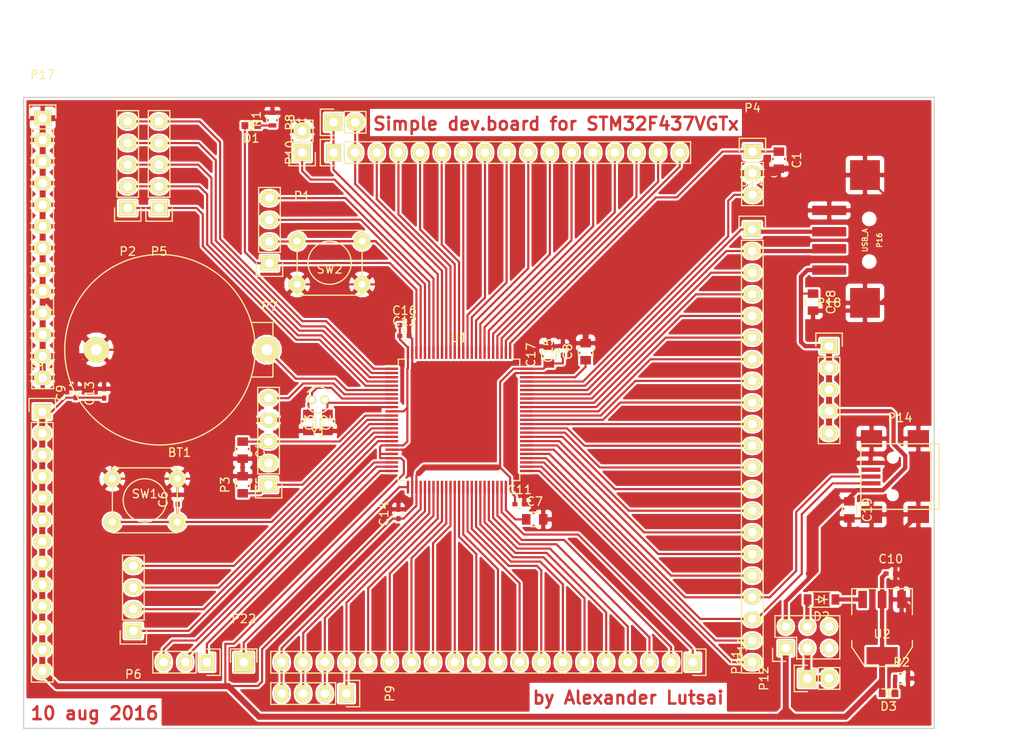
<source format=kicad_pcb>
(kicad_pcb (version 4) (host pcbnew 4.0.2+dfsg1-2~bpo8+1-stable)
  (layers (0 F.Cu signal) (31 B.Cu signal) (34 B.Paste user) (35 F.Paste user) (36 B.SilkS user) (37 F.SilkS user) (38 B.Mask user) (39 F.Mask user) (44 Edge.Cuts user))
  (net 0 "")
  (net 1 GND)
  (net 2 "Net-(BT1-Pad1)")
  (net 3 "Net-(C1-Pad1)")
  (net 4 "Net-(C2-Pad1)")
  (net 5 "Net-(C3-Pad2)")
  (net 6 "Net-(C4-Pad1)")
  (net 7 "Net-(C5-Pad2)")
  (net 8 "Net-(C6-Pad1)")
  (net 9 "Net-(C7-Pad1)")
  (net 10 "Net-(C8-Pad1)")
  (net 11 +3V3)
  (net 12 +5V)
  (net 13 "Net-(D1-Pad2)")
  (net 14 "Net-(D1-Pad1)")
  (net 15 "Net-(D2-Pad1)")
  (net 16 "Net-(D2-Pad2)")
  (net 17 "Net-(D3-Pad1)")
  (net 18 "Net-(P1-Pad1)")
  (net 19 "Net-(P2-Pad1)")
  (net 20 "Net-(P2-Pad2)")
  (net 21 "Net-(P2-Pad3)")
  (net 22 "Net-(P2-Pad4)")
  (net 23 "Net-(P2-Pad5)")
  (net 24 "Net-(P3-Pad2)")
  (net 25 "Net-(P6-Pad1)")
  (net 26 "Net-(P6-Pad2)")
  (net 27 "Net-(P6-Pad3)")
  (net 28 "Net-(P6-Pad4)")
  (net 29 "Net-(P7-Pad2)")
  (net 30 "Net-(P7-Pad3)")
  (net 31 "Net-(P7-Pad4)")
  (net 32 "Net-(P10-Pad1)")
  (net 33 "Net-(P10-Pad2)")
  (net 34 "Net-(P10-Pad3)")
  (net 35 "Net-(P10-Pad4)")
  (net 36 "Net-(P10-Pad5)")
  (net 37 "Net-(P10-Pad6)")
  (net 38 "Net-(P10-Pad7)")
  (net 39 "Net-(P10-Pad8)")
  (net 40 "Net-(P10-Pad9)")
  (net 41 "Net-(P10-Pad10)")
  (net 42 "Net-(P10-Pad11)")
  (net 43 "Net-(P10-Pad12)")
  (net 44 "Net-(P10-Pad13)")
  (net 45 "Net-(P10-Pad14)")
  (net 46 "Net-(P10-Pad15)")
  (net 47 "Net-(P10-Pad16)")
  (net 48 "Net-(P10-Pad17)")
  (net 49 "Net-(P13-Pad1)")
  (net 50 "Net-(P13-Pad2)")
  (net 51 "Net-(P13-Pad3)")
  (net 52 "Net-(P13-Pad4)")
  (net 53 "Net-(P13-Pad5)")
  (net 54 "Net-(P13-Pad6)")
  (net 55 "Net-(P13-Pad7)")
  (net 56 "Net-(P13-Pad8)")
  (net 57 "Net-(P13-Pad9)")
  (net 58 "Net-(P13-Pad10)")
  (net 59 "Net-(P13-Pad11)")
  (net 60 "Net-(P13-Pad12)")
  (net 61 "Net-(P13-Pad13)")
  (net 62 "Net-(P13-Pad14)")
  (net 63 "Net-(P13-Pad15)")
  (net 64 "Net-(P13-Pad16)")
  (net 65 "Net-(P13-Pad17)")
  (net 66 "Net-(P13-Pad18)")
  (net 67 "Net-(P13-Pad19)")
  (net 68 "Net-(P13-Pad20)")
  (net 69 "Net-(P13-Pad21)")
  (net 70 "Net-(P14-Pad4)")
  (net 71 "Net-(P15-Pad5)")
  (net 72 "Net-(P15-Pad6)")
  (net 73 "Net-(P3-Pad5)")
  (net 74 "Net-(P21-Pad17)")
  (net 75 "Net-(P21-Pad18)")
  (net 76 "Net-(P21-Pad19)")
  (net 77 "Net-(P21-Pad20)")
  (net 78 "Net-(P20-Pad1)")
  (net 79 "Net-(P20-Pad2)")
  (net 80 "Net-(P20-Pad3)")
  (net 81 "Net-(P21-Pad1)")
  (net 82 "Net-(P21-Pad2)")
  (net 83 "Net-(P21-Pad3)")
  (net 84 "Net-(P21-Pad4)")
  (net 85 "Net-(P21-Pad5)")
  (net 86 "Net-(P21-Pad6)")
  (net 87 "Net-(P21-Pad7)")
  (net 88 "Net-(P21-Pad8)")
  (net 89 "Net-(P21-Pad9)")
  (net 90 "Net-(P21-Pad10)")
  (net 91 "Net-(P21-Pad11)")
  (net 92 "Net-(P21-Pad12)")
  (net 93 "Net-(P21-Pad13)")
  (net 94 "Net-(P21-Pad14)")
  (net 95 "Net-(P21-Pad15)")
  (net 96 "Net-(P21-Pad16)")
  (net 97 "Net-(P22-Pad1)")
  (net 98 "Net-(P12-Pad1)")
  (net 99 "Net-(P4-Pad3)")
  (module Buttons_Switches_ThroughHole:SW_PUSH_SMALL (layer F.Cu) (at 103.8352 112.5728)
    (fp_text reference SW1 (at 0 -0.762) (layer F.SilkS))
    (fp_text value SW_PUSH)
    (pad 1 thru_hole circle (at 3.81 -2.54) (size 2 2) (drill 0.8128) (layers *.Cu *.Mask F.SilkS) (net 1 GND))
    (pad 2 thru_hole circle (at 3.81 2.54) (size 2 2) (drill 0.8128) (layers *.Cu *.Mask F.SilkS) (net 8 "Net-(C6-Pad1)"))
    (pad 1 thru_hole circle (at -3.81 -2.54) (size 2 2) (drill 0.8128) (layers *.Cu *.Mask F.SilkS) (net 1 GND))
    (pad 2 thru_hole circle (at -3.81 2.54) (size 2 2) (drill 0.8128) (layers *.Cu *.Mask F.SilkS) (net 8 "Net-(C6-Pad1)"))
  )
  (module "Battery_Holders:BS-7 CR2032" (layer F.Cu) (at 105.6132 94.8944)
    (fp_text reference BT1 (at 2.286 12.065) (layer F.SilkS))
    (fp_text value Battery)
    (pad 2 thru_hole circle (at -7.4676 0) (size 3 3) (drill 1.27) (layers *.Cu *.Mask F.SilkS) (net 1 GND))
    (pad 1 thru_hole circle (at 12.5476 0) (size 3 3) (drill 1.27) (layers *.Cu *.Mask F.SilkS) (net 2 "Net-(BT1-Pad1)"))
  )
  (module Capacitors_SMD:C_0805 (layer F.Cu) (at 178.2572 72.644 270)
    (fp_text reference C1 (at 0 -2.1 270) (layer F.SilkS))
    (fp_text value 100pF)
    (pad 1 smd rect (at -1 0 270) (size 1 1.25) (layers F.Cu F.Paste F.Mask) (net 3 "Net-(C1-Pad1)"))
    (pad 2 smd rect (at 1 0 270) (size 1 1.25) (layers F.Cu F.Paste F.Mask) (net 1 GND))
  )
  (module Capacitors_SMD:C_0805 (layer F.Cu) (at 123.0376 103.4288 270)
    (fp_text reference C2 (at 0 -2.1 270) (layer F.SilkS))
    (fp_text value 6.5pF)
    (pad 1 smd rect (at -1 0 270) (size 1 1.25) (layers F.Cu F.Paste F.Mask) (net 4 "Net-(C2-Pad1)"))
    (pad 2 smd rect (at 1 0 270) (size 1 1.25) (layers F.Cu F.Paste F.Mask) (net 1 GND))
  )
  (module Capacitors_SMD:C_0805 (layer F.Cu) (at 125.2728 103.4288 90)
    (fp_text reference C3 (at 0 -2.1 90) (layer F.SilkS))
    (fp_text value 6.5pF)
    (pad 1 smd rect (at -1 0 90) (size 1 1.25) (layers F.Cu F.Paste F.Mask) (net 1 GND))
    (pad 2 smd rect (at 1 0 90) (size 1 1.25) (layers F.Cu F.Paste F.Mask) (net 5 "Net-(C3-Pad2)"))
  )
  (module Capacitors_SMD:C_0805 (layer F.Cu) (at 115.316 106.68 270)
    (fp_text reference C4 (at 0 -2.1 270) (layer F.SilkS))
    (fp_text value 22pF)
    (pad 1 smd rect (at -1 0 270) (size 1 1.25) (layers F.Cu F.Paste F.Mask) (net 6 "Net-(C4-Pad1)"))
    (pad 2 smd rect (at 1 0 270) (size 1 1.25) (layers F.Cu F.Paste F.Mask) (net 1 GND))
  )
  (module Capacitors_SMD:C_0805 (layer F.Cu) (at 115.316 110.744 270)
    (fp_text reference C5 (at 0 -2.1 270) (layer F.SilkS))
    (fp_text value 22pF)
    (pad 1 smd rect (at -1 0 270) (size 1 1.25) (layers F.Cu F.Paste F.Mask) (net 1 GND))
    (pad 2 smd rect (at 1 0 270) (size 1 1.25) (layers F.Cu F.Paste F.Mask) (net 7 "Net-(C5-Pad2)"))
  )
  (module Capacitors_SMD:C_0402 (layer F.Cu) (at 107.696 112.4712 90)
    (fp_text reference C6 (at 0 -1.7 90) (layer F.SilkS))
    (fp_text value 100nF)
    (pad 1 smd rect (at -0.55 0 90) (size 0.6 0.5) (layers F.Cu F.Paste F.Mask) (net 8 "Net-(C6-Pad1)"))
    (pad 2 smd rect (at 0.55 0 90) (size 0.6 0.5) (layers F.Cu F.Paste F.Mask) (net 1 GND))
  )
  (module Capacitors_SMD:C_0805 (layer F.Cu) (at 149.606 114.808)
    (fp_text reference C7 (at 0 -2.1) (layer F.SilkS))
    (fp_text value 2.2uF)
    (pad 1 smd rect (at -1 0) (size 1 1.25) (layers F.Cu F.Paste F.Mask) (net 9 "Net-(C7-Pad1)"))
    (pad 2 smd rect (at 1 0) (size 1 1.25) (layers F.Cu F.Paste F.Mask) (net 1 GND))
  )
  (module Capacitors_SMD:C_0402 (layer F.Cu) (at 95.7072 99.9744 90)
    (fp_text reference C9 (at 0 -1.7 90) (layer F.SilkS))
    (fp_text value 100nF)
    (pad 1 smd rect (at -0.55 0 90) (size 0.6 0.5) (layers F.Cu F.Paste F.Mask) (net 11 +3V3))
    (pad 2 smd rect (at 0.55 0 90) (size 0.6 0.5) (layers F.Cu F.Paste F.Mask) (net 1 GND))
  )
  (module Capacitors_SMD:C_0402 (layer F.Cu) (at 191.389 121.158)
    (fp_text reference C10 (at 0 -1.7) (layer F.SilkS))
    (fp_text value 100nF)
    (pad 1 smd rect (at -0.55 0) (size 0.6 0.5) (layers F.Cu F.Paste F.Mask) (net 11 +3V3))
    (pad 2 smd rect (at 0.55 0) (size 0.6 0.5) (layers F.Cu F.Paste F.Mask) (net 1 GND))
  )
  (module Capacitors_SMD:C_0402 (layer F.Cu) (at 147.828 113.03)
    (fp_text reference C11 (at 0 -1.7) (layer F.SilkS))
    (fp_text value 100nF)
    (pad 1 smd rect (at -0.55 0) (size 0.6 0.5) (layers F.Cu F.Paste F.Mask) (net 11 +3V3))
    (pad 2 smd rect (at 0.55 0) (size 0.6 0.5) (layers F.Cu F.Paste F.Mask) (net 1 GND))
  )
  (module Capacitors_SMD:C_0402 (layer F.Cu) (at 134.3152 93.2688)
    (fp_text reference C12 (at 0 -1.7) (layer F.SilkS))
    (fp_text value 100nF)
    (pad 1 smd rect (at -0.55 0) (size 0.6 0.5) (layers F.Cu F.Paste F.Mask) (net 11 +3V3))
    (pad 2 smd rect (at 0.55 0) (size 0.6 0.5) (layers F.Cu F.Paste F.Mask) (net 1 GND))
  )
  (module Capacitors_SMD:C_0402 (layer F.Cu) (at 99.06 100.0252 90)
    (fp_text reference C13 (at 0 -1.7 90) (layer F.SilkS))
    (fp_text value 100nF)
    (pad 1 smd rect (at -0.55 0 90) (size 0.6 0.5) (layers F.Cu F.Paste F.Mask) (net 11 +3V3))
    (pad 2 smd rect (at 0.55 0 90) (size 0.6 0.5) (layers F.Cu F.Paste F.Mask) (net 1 GND))
  )
  (module Capacitors_SMD:C_0402 (layer F.Cu) (at 133.604 114.173 90)
    (fp_text reference C14 (at 0 -1.7 90) (layer F.SilkS))
    (fp_text value 100nF)
    (pad 1 smd rect (at -0.55 0 90) (size 0.6 0.5) (layers F.Cu F.Paste F.Mask) (net 11 +3V3))
    (pad 2 smd rect (at 0.55 0 90) (size 0.6 0.5) (layers F.Cu F.Paste F.Mask) (net 1 GND))
  )
  (module Capacitors_SMD:C_0402 (layer F.Cu) (at 152.908 94.996 90)
    (fp_text reference C15 (at 0 -1.7 90) (layer F.SilkS))
    (fp_text value 100nF)
    (pad 1 smd rect (at -0.55 0 90) (size 0.6 0.5) (layers F.Cu F.Paste F.Mask) (net 11 +3V3))
    (pad 2 smd rect (at 0.55 0 90) (size 0.6 0.5) (layers F.Cu F.Paste F.Mask) (net 1 GND))
  )
  (module Capacitors_SMD:C_0402 (layer F.Cu) (at 134.3152 91.9988)
    (fp_text reference C16 (at 0 -1.7) (layer F.SilkS))
    (fp_text value 100nF)
    (pad 1 smd rect (at -0.55 0) (size 0.6 0.5) (layers F.Cu F.Paste F.Mask) (net 11 +3V3))
    (pad 2 smd rect (at 0.55 0) (size 0.6 0.5) (layers F.Cu F.Paste F.Mask) (net 1 GND))
  )
  (module Capacitors_SMD:C_0805 (layer F.Cu) (at 151.257 95.504 90)
    (fp_text reference C17 (at 0 -2.1 90) (layer F.SilkS))
    (fp_text value 4.7uF)
    (pad 1 smd rect (at -1 0 90) (size 1 1.25) (layers F.Cu F.Paste F.Mask) (net 11 +3V3))
    (pad 2 smd rect (at 1 0 90) (size 1 1.25) (layers F.Cu F.Paste F.Mask) (net 1 GND))
  )
  (module Capacitors_SMD:C_0805 (layer F.Cu) (at 182.2704 89.3064 270)
    (fp_text reference C18 (at 0 -2.1 270) (layer F.SilkS))
    (fp_text value 4.7uF)
    (pad 1 smd rect (at -1 0 270) (size 1 1.25) (layers F.Cu F.Paste F.Mask) (net 12 +5V))
    (pad 2 smd rect (at 1 0 270) (size 1 1.25) (layers F.Cu F.Paste F.Mask) (net 1 GND))
  )
  (module Capacitors_SMD:C_0805 (layer F.Cu) (at 186.5376 113.6904 270)
    (fp_text reference C19 (at 0 -2.1 270) (layer F.SilkS))
    (fp_text value 4.7uF)
    (pad 1 smd rect (at -1 0 270) (size 1 1.25) (layers F.Cu F.Paste F.Mask) (net 12 +5V))
    (pad 2 smd rect (at 1 0 270) (size 1 1.25) (layers F.Cu F.Paste F.Mask) (net 1 GND))
  )
  (module LEDs:LED_0603 (layer F.Cu) (at 116.332 68.58 180)
    (fp_text reference D1 (at 0 -1.5 180) (layer F.SilkS))
    (fp_text value LED)
    (pad 2 smd rect (at 0.7493 0) (size 0.79756 0.79756) (layers F.Cu F.Paste F.Mask) (net 13 "Net-(D1-Pad2)"))
    (pad 1 smd rect (at -0.7493 0) (size 0.79756 0.79756) (layers F.Cu F.Paste F.Mask) (net 14 "Net-(D1-Pad1)"))
  )
  (module Diodes_SMD:SOD-123 (layer F.Cu) (at 183.261 124.206 180)
    (fp_text reference D2 (at 0 -2 180) (layer F.SilkS))
    (fp_text value D_Schottky)
    (pad 1 smd rect (at -1.635 0 180) (size 0.91 1.22) (layers F.Cu F.Paste F.Mask) (net 15 "Net-(D2-Pad1)"))
    (pad 2 smd rect (at 1.635 0 180) (size 0.91 1.22) (layers F.Cu F.Paste F.Mask) (net 16 "Net-(D2-Pad2)"))
  )
  (module LEDs:LED_0603 (layer F.Cu) (at 191.135 135.255 180)
    (fp_text reference D3 (at 0 -1.5 180) (layer F.SilkS))
    (fp_text value LED)
    (pad 2 smd rect (at 0.7493 0) (size 0.79756 0.79756) (layers F.Cu F.Paste F.Mask) (net 11 +3V3))
    (pad 1 smd rect (at -0.7493 0) (size 0.79756 0.79756) (layers F.Cu F.Paste F.Mask) (net 17 "Net-(D3-Pad1)"))
  )
  (module Pin_Headers:Pin_Header_Straight_1x02 (layer F.Cu) (at 122.301 71.755 180)
    (fp_text reference P1 (at 0 -5.1 180) (layer F.SilkS))
    (fp_text value CONN_BOOT0)
    (pad 1 thru_hole rect (at 0 0 180) (size 2.032 2.032) (drill 1.016) (layers *.Cu *.Mask F.SilkS) (net 18 "Net-(P1-Pad1)"))
    (pad 2 thru_hole oval (at 0 2.54 180) (size 2.032 2.032) (drill 1.016) (layers *.Cu *.Mask F.SilkS) (net 1 GND))
  )
  (module Pin_Headers:Pin_Header_Straight_1x05 (layer F.Cu) (at 101.8286 78.2574 180)
    (fp_text reference P2 (at 0 -5.1 180) (layer F.SilkS))
    (fp_text value CONN_01X05)
    (pad 1 thru_hole rect (at 0 0 180) (size 2.032 1.7272) (drill 1.016) (layers *.Cu *.Mask F.SilkS) (net 19 "Net-(P2-Pad1)"))
    (pad 2 thru_hole oval (at 0 2.54 180) (size 2.032 1.7272) (drill 1.016) (layers *.Cu *.Mask F.SilkS) (net 20 "Net-(P2-Pad2)"))
    (pad 3 thru_hole oval (at 0 5.08 180) (size 2.032 1.7272) (drill 1.016) (layers *.Cu *.Mask F.SilkS) (net 21 "Net-(P2-Pad3)"))
    (pad 4 thru_hole oval (at 0 7.62 180) (size 2.032 1.7272) (drill 1.016) (layers *.Cu *.Mask F.SilkS) (net 22 "Net-(P2-Pad4)"))
    (pad 5 thru_hole oval (at 0 10.16 180) (size 2.032 1.7272) (drill 1.016) (layers *.Cu *.Mask F.SilkS) (net 23 "Net-(P2-Pad5)"))
  )
  (module Socket_Strips:Socket_Strip_Straight_1x05 (layer F.Cu) (at 118.364 110.744 90)
    (fp_text reference P3 (at 0 -5.1 90) (layer F.SilkS))
    (fp_text value CONN_XTAL)
    (pad 1 thru_hole rect (at 0 0 90) (size 1.7272 2.032) (drill 1.016) (layers *.Cu *.Mask F.SilkS) (net 7 "Net-(C5-Pad2)"))
    (pad 2 thru_hole oval (at 2.54 0 90) (size 1.7272 2.032) (drill 1.016) (layers *.Cu *.Mask F.SilkS) (net 24 "Net-(P3-Pad2)"))
    (pad 3 thru_hole oval (at 5.08 0 90) (size 1.7272 2.032) (drill 1.016) (layers *.Cu *.Mask F.SilkS) (net 6 "Net-(C4-Pad1)"))
    (pad 4 thru_hole oval (at 7.62 0 90) (size 1.7272 2.032) (drill 1.016) (layers *.Cu *.Mask F.SilkS) (net 1 GND))
    (pad 5 thru_hole oval (at 10.16 0 90) (size 1.7272 2.032) (drill 1.016) (layers *.Cu *.Mask F.SilkS) (net 73 "Net-(P3-Pad5)"))
  )
  (module Pin_Headers:Pin_Header_Straight_1x05 (layer F.Cu) (at 105.5116 78.2574 180)
    (fp_text reference P5 (at 0 -5.1 180) (layer F.SilkS))
    (fp_text value CONN_01X05)
    (pad 1 thru_hole rect (at 0 0 180) (size 2.032 1.7272) (drill 1.016) (layers *.Cu *.Mask F.SilkS) (net 19 "Net-(P2-Pad1)"))
    (pad 2 thru_hole oval (at 0 2.54 180) (size 2.032 1.7272) (drill 1.016) (layers *.Cu *.Mask F.SilkS) (net 20 "Net-(P2-Pad2)"))
    (pad 3 thru_hole oval (at 0 5.08 180) (size 2.032 1.7272) (drill 1.016) (layers *.Cu *.Mask F.SilkS) (net 21 "Net-(P2-Pad3)"))
    (pad 4 thru_hole oval (at 0 7.62 180) (size 2.032 1.7272) (drill 1.016) (layers *.Cu *.Mask F.SilkS) (net 22 "Net-(P2-Pad4)"))
    (pad 5 thru_hole oval (at 0 10.16 180) (size 2.032 1.7272) (drill 1.016) (layers *.Cu *.Mask F.SilkS) (net 23 "Net-(P2-Pad5)"))
  )
  (module Pin_Headers:Pin_Header_Straight_1x04 (layer F.Cu) (at 102.489 127.889 180)
    (fp_text reference P6 (at 0 -5.1 180) (layer F.SilkS))
    (fp_text value CONN_01X04)
    (pad 1 thru_hole rect (at 0 0 180) (size 2.032 1.7272) (drill 1.016) (layers *.Cu *.Mask F.SilkS) (net 25 "Net-(P6-Pad1)"))
    (pad 2 thru_hole oval (at 0 2.54 180) (size 2.032 1.7272) (drill 1.016) (layers *.Cu *.Mask F.SilkS) (net 26 "Net-(P6-Pad2)"))
    (pad 3 thru_hole oval (at 0 5.08 180) (size 2.032 1.7272) (drill 1.016) (layers *.Cu *.Mask F.SilkS) (net 27 "Net-(P6-Pad3)"))
    (pad 4 thru_hole oval (at 0 7.62 180) (size 2.032 1.7272) (drill 1.016) (layers *.Cu *.Mask F.SilkS) (net 28 "Net-(P6-Pad4)"))
  )
  (module Pin_Headers:Pin_Header_Straight_1x04 (layer F.Cu) (at 118.4656 84.7344 180)
    (fp_text reference P7 (at 0 -5.1 180) (layer F.SilkS))
    (fp_text value CONN_01X04)
    (pad 1 thru_hole rect (at 0 0 180) (size 2.032 1.7272) (drill 1.016) (layers *.Cu *.Mask F.SilkS) (net 13 "Net-(D1-Pad2)"))
    (pad 2 thru_hole oval (at 0 2.54 180) (size 2.032 1.7272) (drill 1.016) (layers *.Cu *.Mask F.SilkS) (net 29 "Net-(P7-Pad2)"))
    (pad 3 thru_hole oval (at 0 5.08 180) (size 2.032 1.7272) (drill 1.016) (layers *.Cu *.Mask F.SilkS) (net 30 "Net-(P7-Pad3)"))
    (pad 4 thru_hole oval (at 0 7.62 180) (size 2.032 1.7272) (drill 1.016) (layers *.Cu *.Mask F.SilkS) (net 31 "Net-(P7-Pad4)"))
  )
  (module Pin_Headers:Pin_Header_Straight_1x02 (layer F.Cu) (at 125.984 68.199 90)
    (fp_text reference P8 (at 0 -5.1 90) (layer F.SilkS))
    (fp_text value CONN_01X02)
    (pad 1 thru_hole rect (at 0 0 90) (size 2.032 2.032) (drill 1.016) (layers *.Cu *.Mask F.SilkS) (net 32 "Net-(P10-Pad1)"))
    (pad 2 thru_hole oval (at 0 2.54 90) (size 2.032 2.032) (drill 1.016) (layers *.Cu *.Mask F.SilkS) (net 33 "Net-(P10-Pad2)"))
  )
  (module Pin_Headers:Pin_Header_Straight_1x04 (layer F.Cu) (at 127.508 135.255 270)
    (fp_text reference P9 (at 0 -5.1 270) (layer F.SilkS))
    (fp_text value CONN_01X04)
    (pad 1 thru_hole rect (at 0 0 270) (size 2.032 1.7272) (drill 1.016) (layers *.Cu *.Mask F.SilkS) (net 74 "Net-(P21-Pad17)"))
    (pad 2 thru_hole oval (at 0 2.54 270) (size 2.032 1.7272) (drill 1.016) (layers *.Cu *.Mask F.SilkS) (net 75 "Net-(P21-Pad18)"))
    (pad 3 thru_hole oval (at 0 5.08 270) (size 2.032 1.7272) (drill 1.016) (layers *.Cu *.Mask F.SilkS) (net 76 "Net-(P21-Pad19)"))
    (pad 4 thru_hole oval (at 0 7.62 270) (size 2.032 1.7272) (drill 1.016) (layers *.Cu *.Mask F.SilkS) (net 77 "Net-(P21-Pad20)"))
  )
  (module Pin_Headers:Pin_Header_Straight_1x17 (layer F.Cu) (at 125.984 71.755 90)
    (fp_text reference P10 (at 0 -5.1 90) (layer F.SilkS))
    (fp_text value CONN_01X17)
    (pad 1 thru_hole rect (at 0 0 90) (size 2.032 1.7272) (drill 1.016) (layers *.Cu *.Mask F.SilkS) (net 32 "Net-(P10-Pad1)"))
    (pad 2 thru_hole oval (at 0 2.54 90) (size 2.032 1.7272) (drill 1.016) (layers *.Cu *.Mask F.SilkS) (net 33 "Net-(P10-Pad2)"))
    (pad 3 thru_hole oval (at 0 5.08 90) (size 2.032 1.7272) (drill 1.016) (layers *.Cu *.Mask F.SilkS) (net 34 "Net-(P10-Pad3)"))
    (pad 4 thru_hole oval (at 0 7.62 90) (size 2.032 1.7272) (drill 1.016) (layers *.Cu *.Mask F.SilkS) (net 35 "Net-(P10-Pad4)"))
    (pad 5 thru_hole oval (at 0 10.16 90) (size 2.032 1.7272) (drill 1.016) (layers *.Cu *.Mask F.SilkS) (net 36 "Net-(P10-Pad5)"))
    (pad 6 thru_hole oval (at 0 12.7 90) (size 2.032 1.7272) (drill 1.016) (layers *.Cu *.Mask F.SilkS) (net 37 "Net-(P10-Pad6)"))
    (pad 7 thru_hole oval (at 0 15.24 90) (size 2.032 1.7272) (drill 1.016) (layers *.Cu *.Mask F.SilkS) (net 38 "Net-(P10-Pad7)"))
    (pad 8 thru_hole oval (at 0 17.78 90) (size 2.032 1.7272) (drill 1.016) (layers *.Cu *.Mask F.SilkS) (net 39 "Net-(P10-Pad8)"))
    (pad 9 thru_hole oval (at 0 20.32 90) (size 2.032 1.7272) (drill 1.016) (layers *.Cu *.Mask F.SilkS) (net 40 "Net-(P10-Pad9)"))
    (pad 10 thru_hole oval (at 0 22.86 90) (size 2.032 1.7272) (drill 1.016) (layers *.Cu *.Mask F.SilkS) (net 41 "Net-(P10-Pad10)"))
    (pad 11 thru_hole oval (at 0 25.4 90) (size 2.032 1.7272) (drill 1.016) (layers *.Cu *.Mask F.SilkS) (net 42 "Net-(P10-Pad11)"))
    (pad 12 thru_hole oval (at 0 27.94 90) (size 2.032 1.7272) (drill 1.016) (layers *.Cu *.Mask F.SilkS) (net 43 "Net-(P10-Pad12)"))
    (pad 13 thru_hole oval (at 0 30.48 90) (size 2.032 1.7272) (drill 1.016) (layers *.Cu *.Mask F.SilkS) (net 44 "Net-(P10-Pad13)"))
    (pad 14 thru_hole oval (at 0 33.02 90) (size 2.032 1.7272) (drill 1.016) (layers *.Cu *.Mask F.SilkS) (net 45 "Net-(P10-Pad14)"))
    (pad 15 thru_hole oval (at 0 35.56 90) (size 2.032 1.7272) (drill 1.016) (layers *.Cu *.Mask F.SilkS) (net 46 "Net-(P10-Pad15)"))
    (pad 16 thru_hole oval (at 0 38.1 90) (size 2.032 1.7272) (drill 1.016) (layers *.Cu *.Mask F.SilkS) (net 47 "Net-(P10-Pad16)"))
    (pad 17 thru_hole oval (at 0 40.64 90) (size 2.032 1.7272) (drill 1.016) (layers *.Cu *.Mask F.SilkS) (net 48 "Net-(P10-Pad17)"))
  )
  (module Pin_Headers:Pin_Header_Straight_1x02 (layer F.Cu) (at 181.61 133.477 90)
    (fp_text reference P12 (at 0 -5.1 90) (layer F.SilkS))
    (fp_text value "Power 3.3V")
    (pad 1 thru_hole rect (at 0 0 90) (size 2.032 2.032) (drill 1.016) (layers *.Cu *.Mask F.SilkS) (net 98 "Net-(P12-Pad1)"))
    (pad 2 thru_hole oval (at 0 2.54 90) (size 2.032 2.032) (drill 1.016) (layers *.Cu *.Mask F.SilkS) (net 98 "Net-(P12-Pad1)"))
  )
  (module Pin_Headers:Pin_Header_Straight_1x21 (layer F.Cu) (at 175.133 80.772)
    (fp_text reference P13 (at 0 -5.1) (layer F.SilkS))
    (fp_text value CONN_01X21)
    (pad 1 thru_hole rect (at 0 0) (size 2.032 1.7272) (drill 1.016) (layers *.Cu *.Mask F.SilkS) (net 49 "Net-(P13-Pad1)"))
    (pad 2 thru_hole oval (at 0 2.54) (size 2.032 1.7272) (drill 1.016) (layers *.Cu *.Mask F.SilkS) (net 50 "Net-(P13-Pad2)"))
    (pad 3 thru_hole oval (at 0 5.08) (size 2.032 1.7272) (drill 1.016) (layers *.Cu *.Mask F.SilkS) (net 51 "Net-(P13-Pad3)"))
    (pad 4 thru_hole oval (at 0 7.62) (size 2.032 1.7272) (drill 1.016) (layers *.Cu *.Mask F.SilkS) (net 52 "Net-(P13-Pad4)"))
    (pad 5 thru_hole oval (at 0 10.16) (size 2.032 1.7272) (drill 1.016) (layers *.Cu *.Mask F.SilkS) (net 53 "Net-(P13-Pad5)"))
    (pad 6 thru_hole oval (at 0 12.7) (size 2.032 1.7272) (drill 1.016) (layers *.Cu *.Mask F.SilkS) (net 54 "Net-(P13-Pad6)"))
    (pad 7 thru_hole oval (at 0 15.24) (size 2.032 1.7272) (drill 1.016) (layers *.Cu *.Mask F.SilkS) (net 55 "Net-(P13-Pad7)"))
    (pad 8 thru_hole oval (at 0 17.78) (size 2.032 1.7272) (drill 1.016) (layers *.Cu *.Mask F.SilkS) (net 56 "Net-(P13-Pad8)"))
    (pad 9 thru_hole oval (at 0 20.32) (size 2.032 1.7272) (drill 1.016) (layers *.Cu *.Mask F.SilkS) (net 57 "Net-(P13-Pad9)"))
    (pad 10 thru_hole oval (at 0 22.86) (size 2.032 1.7272) (drill 1.016) (layers *.Cu *.Mask F.SilkS) (net 58 "Net-(P13-Pad10)"))
    (pad 11 thru_hole oval (at 0 25.4) (size 2.032 1.7272) (drill 1.016) (layers *.Cu *.Mask F.SilkS) (net 59 "Net-(P13-Pad11)"))
    (pad 12 thru_hole oval (at 0 27.94) (size 2.032 1.7272) (drill 1.016) (layers *.Cu *.Mask F.SilkS) (net 60 "Net-(P13-Pad12)"))
    (pad 13 thru_hole oval (at 0 30.48) (size 2.032 1.7272) (drill 1.016) (layers *.Cu *.Mask F.SilkS) (net 61 "Net-(P13-Pad13)"))
    (pad 14 thru_hole oval (at 0 33.02) (size 2.032 1.7272) (drill 1.016) (layers *.Cu *.Mask F.SilkS) (net 62 "Net-(P13-Pad14)"))
    (pad 15 thru_hole oval (at 0 35.56) (size 2.032 1.7272) (drill 1.016) (layers *.Cu *.Mask F.SilkS) (net 63 "Net-(P13-Pad15)"))
    (pad 16 thru_hole oval (at 0 38.1) (size 2.032 1.7272) (drill 1.016) (layers *.Cu *.Mask F.SilkS) (net 64 "Net-(P13-Pad16)"))
    (pad 17 thru_hole oval (at 0 40.64) (size 2.032 1.7272) (drill 1.016) (layers *.Cu *.Mask F.SilkS) (net 65 "Net-(P13-Pad17)"))
    (pad 18 thru_hole oval (at 0 43.18) (size 2.032 1.7272) (drill 1.016) (layers *.Cu *.Mask F.SilkS) (net 66 "Net-(P13-Pad18)"))
    (pad 19 thru_hole oval (at 0 45.72) (size 2.032 1.7272) (drill 1.016) (layers *.Cu *.Mask F.SilkS) (net 67 "Net-(P13-Pad19)"))
    (pad 20 thru_hole oval (at 0 48.26) (size 2.032 1.7272) (drill 1.016) (layers *.Cu *.Mask F.SilkS) (net 68 "Net-(P13-Pad20)"))
    (pad 21 thru_hole oval (at 0 50.8) (size 2.032 1.7272) (drill 1.016) (layers *.Cu *.Mask F.SilkS) (net 69 "Net-(P13-Pad21)"))
  )
  (module Pin_Headers:Pin_Header_Straight_2x03 (layer F.Cu) (at 179.07 129.921 90)
    (fp_text reference P15 (at 0 -5.1 90) (layer F.SilkS))
    (fp_text value CONN_02X03)
    (pad 1 thru_hole rect (at 0 0 90) (size 1.7272 1.7272) (drill 1.016) (layers *.Cu *.Mask F.SilkS) (net 11 +3V3))
    (pad 2 thru_hole oval (at 2.54 0 90) (size 1.7272 1.7272) (drill 1.016) (layers *.Cu *.Mask F.SilkS) (net 12 +5V))
    (pad 3 thru_hole oval (at 0 2.54 90) (size 1.7272 1.7272) (drill 1.016) (layers *.Cu *.Mask F.SilkS) (net 98 "Net-(P12-Pad1)"))
    (pad 4 thru_hole oval (at 2.54 2.54 90) (size 1.7272 1.7272) (drill 1.016) (layers *.Cu *.Mask F.SilkS) (net 16 "Net-(D2-Pad2)"))
    (pad 5 thru_hole oval (at 0 5.08 90) (size 1.7272 1.7272) (drill 1.016) (layers *.Cu *.Mask F.SilkS) (net 71 "Net-(P15-Pad5)"))
    (pad 6 thru_hole oval (at 2.54 5.08 90) (size 1.7272 1.7272) (drill 1.016) (layers *.Cu *.Mask F.SilkS) (net 72 "Net-(P15-Pad6)"))
  )
  (module Pin_Headers:Pin_Header_Straight_1x13 (layer F.Cu) (at 91.8464 67.7164)
    (fp_text reference P17 (at 0 -5.1) (layer F.SilkS))
    (fp_text value CONN_01X13)
    (pad 1 thru_hole rect (at 0 0) (size 2.032 1.7272) (drill 1.016) (layers *.Cu *.Mask F.SilkS) (net 1 GND))
    (pad 2 thru_hole oval (at 0 2.54) (size 2.032 1.7272) (drill 1.016) (layers *.Cu *.Mask F.SilkS) (net 1 GND))
    (pad 3 thru_hole oval (at 0 5.08) (size 2.032 1.7272) (drill 1.016) (layers *.Cu *.Mask F.SilkS) (net 1 GND))
    (pad 4 thru_hole oval (at 0 7.62) (size 2.032 1.7272) (drill 1.016) (layers *.Cu *.Mask F.SilkS) (net 1 GND))
    (pad 5 thru_hole oval (at 0 10.16) (size 2.032 1.7272) (drill 1.016) (layers *.Cu *.Mask F.SilkS) (net 1 GND))
    (pad 6 thru_hole oval (at 0 12.7) (size 2.032 1.7272) (drill 1.016) (layers *.Cu *.Mask F.SilkS) (net 1 GND))
    (pad 7 thru_hole oval (at 0 15.24) (size 2.032 1.7272) (drill 1.016) (layers *.Cu *.Mask F.SilkS) (net 1 GND))
    (pad 8 thru_hole oval (at 0 17.78) (size 2.032 1.7272) (drill 1.016) (layers *.Cu *.Mask F.SilkS) (net 1 GND))
    (pad 9 thru_hole oval (at 0 20.32) (size 2.032 1.7272) (drill 1.016) (layers *.Cu *.Mask F.SilkS) (net 1 GND))
    (pad 10 thru_hole oval (at 0 22.86) (size 2.032 1.7272) (drill 1.016) (layers *.Cu *.Mask F.SilkS) (net 1 GND))
    (pad 11 thru_hole oval (at 0 25.4) (size 2.032 1.7272) (drill 1.016) (layers *.Cu *.Mask F.SilkS) (net 1 GND))
    (pad 12 thru_hole oval (at 0 27.94) (size 2.032 1.7272) (drill 1.016) (layers *.Cu *.Mask F.SilkS) (net 1 GND))
    (pad 13 thru_hole oval (at 0 30.48) (size 2.032 1.7272) (drill 1.016) (layers *.Cu *.Mask F.SilkS) (net 1 GND))
  )
  (module Pin_Headers:Pin_Header_Straight_1x05 (layer F.Cu) (at 184.15 94.488)
    (fp_text reference P18 (at 0 -5.1) (layer F.SilkS))
    (fp_text value CONN_01X05)
    (pad 1 thru_hole rect (at 0 0) (size 2.032 1.7272) (drill 1.016) (layers *.Cu *.Mask F.SilkS) (net 12 +5V))
    (pad 2 thru_hole oval (at 0 2.54) (size 2.032 1.7272) (drill 1.016) (layers *.Cu *.Mask F.SilkS) (net 12 +5V))
    (pad 3 thru_hole oval (at 0 5.08) (size 2.032 1.7272) (drill 1.016) (layers *.Cu *.Mask F.SilkS) (net 12 +5V))
    (pad 4 thru_hole oval (at 0 7.62) (size 2.032 1.7272) (drill 1.016) (layers *.Cu *.Mask F.SilkS) (net 12 +5V))
    (pad 5 thru_hole oval (at 0 10.16) (size 2.032 1.7272) (drill 1.016) (layers *.Cu *.Mask F.SilkS) (net 12 +5V))
  )
  (module Pin_Headers:Pin_Header_Straight_1x13 (layer F.Cu) (at 91.7956 102.1588)
    (fp_text reference P19 (at 0 -5.1) (layer F.SilkS))
    (fp_text value CONN_01X13)
    (pad 1 thru_hole rect (at 0 0) (size 2.032 1.7272) (drill 1.016) (layers *.Cu *.Mask F.SilkS) (net 11 +3V3))
    (pad 2 thru_hole oval (at 0 2.54) (size 2.032 1.7272) (drill 1.016) (layers *.Cu *.Mask F.SilkS) (net 11 +3V3))
    (pad 3 thru_hole oval (at 0 5.08) (size 2.032 1.7272) (drill 1.016) (layers *.Cu *.Mask F.SilkS) (net 11 +3V3))
    (pad 4 thru_hole oval (at 0 7.62) (size 2.032 1.7272) (drill 1.016) (layers *.Cu *.Mask F.SilkS) (net 11 +3V3))
    (pad 5 thru_hole oval (at 0 10.16) (size 2.032 1.7272) (drill 1.016) (layers *.Cu *.Mask F.SilkS) (net 11 +3V3))
    (pad 6 thru_hole oval (at 0 12.7) (size 2.032 1.7272) (drill 1.016) (layers *.Cu *.Mask F.SilkS) (net 11 +3V3))
    (pad 7 thru_hole oval (at 0 15.24) (size 2.032 1.7272) (drill 1.016) (layers *.Cu *.Mask F.SilkS) (net 11 +3V3))
    (pad 8 thru_hole oval (at 0 17.78) (size 2.032 1.7272) (drill 1.016) (layers *.Cu *.Mask F.SilkS) (net 11 +3V3))
    (pad 9 thru_hole oval (at 0 20.32) (size 2.032 1.7272) (drill 1.016) (layers *.Cu *.Mask F.SilkS) (net 11 +3V3))
    (pad 10 thru_hole oval (at 0 22.86) (size 2.032 1.7272) (drill 1.016) (layers *.Cu *.Mask F.SilkS) (net 11 +3V3))
    (pad 11 thru_hole oval (at 0 25.4) (size 2.032 1.7272) (drill 1.016) (layers *.Cu *.Mask F.SilkS) (net 11 +3V3))
    (pad 12 thru_hole oval (at 0 27.94) (size 2.032 1.7272) (drill 1.016) (layers *.Cu *.Mask F.SilkS) (net 11 +3V3))
    (pad 13 thru_hole oval (at 0 30.48) (size 2.032 1.7272) (drill 1.016) (layers *.Cu *.Mask F.SilkS) (net 11 +3V3))
  )
  (module Resistors_SMD:R_0603 (layer F.Cu) (at 118.8212 67.818 90)
    (fp_text reference R1 (at 0 -1.9 90) (layer F.SilkS))
    (fp_text value 300)
    (pad 1 smd rect (at -0.75 0 90) (size 0.5 0.9) (layers F.Cu F.Paste F.Mask) (net 14 "Net-(D1-Pad1)"))
    (pad 2 smd rect (at 0.75 0 90) (size 0.5 0.9) (layers F.Cu F.Paste F.Mask) (net 1 GND))
  )
  (module Resistors_SMD:R_0603 (layer F.Cu) (at 192.659 133.477)
    (fp_text reference R2 (at 0 -1.9) (layer F.SilkS))
    (fp_text value 300)
    (pad 1 smd rect (at -0.75 0) (size 0.5 0.9) (layers F.Cu F.Paste F.Mask) (net 17 "Net-(D3-Pad1)"))
    (pad 2 smd rect (at 0.75 0) (size 0.5 0.9) (layers F.Cu F.Paste F.Mask) (net 1 GND))
  )
  (module Buttons_Switches_ThroughHole:SW_PUSH_SMALL (layer F.Cu) (at 125.5268 84.6836 180)
    (fp_text reference SW2 (at 0 -0.762 180) (layer F.SilkS))
    (fp_text value SW_PUSH)
    (pad 1 thru_hole circle (at 3.81 -2.54 180) (size 2 2) (drill 0.8128) (layers *.Cu *.Mask F.SilkS) (net 1 GND))
    (pad 2 thru_hole circle (at 3.81 2.54 180) (size 2 2) (drill 0.8128) (layers *.Cu *.Mask F.SilkS) (net 29 "Net-(P7-Pad2)"))
    (pad 1 thru_hole circle (at -3.81 -2.54 180) (size 2 2) (drill 0.8128) (layers *.Cu *.Mask F.SilkS) (net 1 GND))
    (pad 2 thru_hole circle (at -3.81 2.54 180) (size 2 2) (drill 0.8128) (layers *.Cu *.Mask F.SilkS) (net 29 "Net-(P7-Pad2)"))
  )
  (module Housings_QFP:LQFP-100_14x14mm_Pitch0.5mm (layer F.Cu) (at 140.716 103.124)
    (fp_text reference U1 (at 0 -9.65) (layer F.SilkS))
    (fp_text value STM32F437VG)
    (pad 1 smd rect (at -7.9 -6) (size 1.5 0.28) (layers F.Cu F.Paste F.Mask) (net 23 "Net-(P2-Pad5)"))
    (pad 2 smd rect (at -7.9 -5.5) (size 1.5 0.28) (layers F.Cu F.Paste F.Mask) (net 22 "Net-(P2-Pad4)"))
    (pad 3 smd rect (at -7.9 -5) (size 1.5 0.28) (layers F.Cu F.Paste F.Mask) (net 21 "Net-(P2-Pad3)"))
    (pad 4 smd rect (at -7.9 -4.5) (size 1.5 0.28) (layers F.Cu F.Paste F.Mask) (net 20 "Net-(P2-Pad2)"))
    (pad 5 smd rect (at -7.9 -4) (size 1.5 0.28) (layers F.Cu F.Paste F.Mask) (net 19 "Net-(P2-Pad1)"))
    (pad 6 smd rect (at -7.9 -3.5) (size 1.5 0.28) (layers F.Cu F.Paste F.Mask) (net 2 "Net-(BT1-Pad1)"))
    (pad 7 smd rect (at -7.9 -3) (size 1.5 0.28) (layers F.Cu F.Paste F.Mask) (net 73 "Net-(P3-Pad5)"))
    (pad 8 smd rect (at -7.9 -2.5) (size 1.5 0.28) (layers F.Cu F.Paste F.Mask) (net 4 "Net-(C2-Pad1)"))
    (pad 9 smd rect (at -7.9 -2) (size 1.5 0.28) (layers F.Cu F.Paste F.Mask) (net 5 "Net-(C3-Pad2)"))
    (pad 10 smd rect (at -7.9 -1.5) (size 1.5 0.28) (layers F.Cu F.Paste F.Mask) (net 1 GND))
    (pad 11 smd rect (at -7.9 -1) (size 1.5 0.28) (layers F.Cu F.Paste F.Mask) (net 11 +3V3))
    (pad 12 smd rect (at -7.9 -0.5) (size 1.5 0.28) (layers F.Cu F.Paste F.Mask) (net 6 "Net-(C4-Pad1)"))
    (pad 13 smd rect (at -7.9 0) (size 1.5 0.28) (layers F.Cu F.Paste F.Mask) (net 7 "Net-(C5-Pad2)"))
    (pad 14 smd rect (at -7.9 0.5) (size 1.5 0.28) (layers F.Cu F.Paste F.Mask) (net 8 "Net-(C6-Pad1)"))
    (pad 15 smd rect (at -7.9 1) (size 1.5 0.28) (layers F.Cu F.Paste F.Mask) (net 28 "Net-(P6-Pad4)"))
    (pad 16 smd rect (at -7.9 1.5) (size 1.5 0.28) (layers F.Cu F.Paste F.Mask) (net 27 "Net-(P6-Pad3)"))
    (pad 17 smd rect (at -7.9 2) (size 1.5 0.28) (layers F.Cu F.Paste F.Mask) (net 26 "Net-(P6-Pad2)"))
    (pad 18 smd rect (at -7.9 2.5) (size 1.5 0.28) (layers F.Cu F.Paste F.Mask) (net 25 "Net-(P6-Pad1)"))
    (pad 19 smd rect (at -7.9 3) (size 1.5 0.28) (layers F.Cu F.Paste F.Mask) (net 11 +3V3))
    (pad 20 smd rect (at -7.9 3.5) (size 1.5 0.28) (layers F.Cu F.Paste F.Mask) (net 1 GND))
    (pad 21 smd rect (at -7.9 4) (size 1.5 0.28) (layers F.Cu F.Paste F.Mask) (net 11 +3V3))
    (pad 22 smd rect (at -7.9 4.5) (size 1.5 0.28) (layers F.Cu F.Paste F.Mask) (net 11 +3V3))
    (pad 23 smd rect (at -7.9 5) (size 1.5 0.28) (layers F.Cu F.Paste F.Mask) (net 80 "Net-(P20-Pad3)"))
    (pad 24 smd rect (at -7.9 5.5) (size 1.5 0.28) (layers F.Cu F.Paste F.Mask) (net 79 "Net-(P20-Pad2)"))
    (pad 25 smd rect (at -7.9 6) (size 1.5 0.28) (layers F.Cu F.Paste F.Mask) (net 78 "Net-(P20-Pad1)"))
    (pad 26 smd rect (at -6 7.9 90) (size 1.5 0.28) (layers F.Cu F.Paste F.Mask) (net 97 "Net-(P22-Pad1)"))
    (pad 27 smd rect (at -5.5 7.9 90) (size 1.5 0.28) (layers F.Cu F.Paste F.Mask) (net 1 GND))
    (pad 28 smd rect (at -5 7.9 90) (size 1.5 0.28) (layers F.Cu F.Paste F.Mask) (net 11 +3V3))
    (pad 29 smd rect (at -4.5 7.9 90) (size 1.5 0.28) (layers F.Cu F.Paste F.Mask) (net 77 "Net-(P21-Pad20)"))
    (pad 30 smd rect (at -4 7.9 90) (size 1.5 0.28) (layers F.Cu F.Paste F.Mask) (net 76 "Net-(P21-Pad19)"))
    (pad 31 smd rect (at -3.5 7.9 90) (size 1.5 0.28) (layers F.Cu F.Paste F.Mask) (net 75 "Net-(P21-Pad18)"))
    (pad 32 smd rect (at -3 7.9 90) (size 1.5 0.28) (layers F.Cu F.Paste F.Mask) (net 74 "Net-(P21-Pad17)"))
    (pad 33 smd rect (at -2.5 7.9 90) (size 1.5 0.28) (layers F.Cu F.Paste F.Mask) (net 96 "Net-(P21-Pad16)"))
    (pad 34 smd rect (at -2 7.9 90) (size 1.5 0.28) (layers F.Cu F.Paste F.Mask) (net 95 "Net-(P21-Pad15)"))
    (pad 35 smd rect (at -1.5 7.9 90) (size 1.5 0.28) (layers F.Cu F.Paste F.Mask) (net 94 "Net-(P21-Pad14)"))
    (pad 36 smd rect (at -1 7.9 90) (size 1.5 0.28) (layers F.Cu F.Paste F.Mask) (net 93 "Net-(P21-Pad13)"))
    (pad 37 smd rect (at -0.5 7.9 90) (size 1.5 0.28) (layers F.Cu F.Paste F.Mask) (net 92 "Net-(P21-Pad12)"))
    (pad 38 smd rect (at 0 7.9 90) (size 1.5 0.28) (layers F.Cu F.Paste F.Mask) (net 91 "Net-(P21-Pad11)"))
    (pad 39 smd rect (at 0.5 7.9 90) (size 1.5 0.28) (layers F.Cu F.Paste F.Mask) (net 90 "Net-(P21-Pad10)"))
    (pad 40 smd rect (at 1 7.9 90) (size 1.5 0.28) (layers F.Cu F.Paste F.Mask) (net 89 "Net-(P21-Pad9)"))
    (pad 41 smd rect (at 1.5 7.9 90) (size 1.5 0.28) (layers F.Cu F.Paste F.Mask) (net 88 "Net-(P21-Pad8)"))
    (pad 42 smd rect (at 2 7.9 90) (size 1.5 0.28) (layers F.Cu F.Paste F.Mask) (net 87 "Net-(P21-Pad7)"))
    (pad 43 smd rect (at 2.5 7.9 90) (size 1.5 0.28) (layers F.Cu F.Paste F.Mask) (net 86 "Net-(P21-Pad6)"))
    (pad 44 smd rect (at 3 7.9 90) (size 1.5 0.28) (layers F.Cu F.Paste F.Mask) (net 85 "Net-(P21-Pad5)"))
    (pad 45 smd rect (at 3.5 7.9 90) (size 1.5 0.28) (layers F.Cu F.Paste F.Mask) (net 84 "Net-(P21-Pad4)"))
    (pad 46 smd rect (at 4 7.9 90) (size 1.5 0.28) (layers F.Cu F.Paste F.Mask) (net 83 "Net-(P21-Pad3)"))
    (pad 47 smd rect (at 4.5 7.9 90) (size 1.5 0.28) (layers F.Cu F.Paste F.Mask) (net 82 "Net-(P21-Pad2)"))
    (pad 48 smd rect (at 5 7.9 90) (size 1.5 0.28) (layers F.Cu F.Paste F.Mask) (net 81 "Net-(P21-Pad1)"))
    (pad 49 smd rect (at 5.5 7.9 90) (size 1.5 0.28) (layers F.Cu F.Paste F.Mask) (net 9 "Net-(C7-Pad1)"))
    (pad 50 smd rect (at 6 7.9 90) (size 1.5 0.28) (layers F.Cu F.Paste F.Mask) (net 11 +3V3))
    (pad 51 smd rect (at 7.9 6) (size 1.5 0.28) (layers F.Cu F.Paste F.Mask) (net 69 "Net-(P13-Pad21)"))
    (pad 52 smd rect (at 7.9 5.5) (size 1.5 0.28) (layers F.Cu F.Paste F.Mask) (net 68 "Net-(P13-Pad20)"))
    (pad 53 smd rect (at 7.9 5) (size 1.5 0.28) (layers F.Cu F.Paste F.Mask) (net 67 "Net-(P13-Pad19)"))
    (pad 54 smd rect (at 7.9 4.5) (size 1.5 0.28) (layers F.Cu F.Paste F.Mask) (net 66 "Net-(P13-Pad18)"))
    (pad 55 smd rect (at 7.9 4) (size 1.5 0.28) (layers F.Cu F.Paste F.Mask) (net 65 "Net-(P13-Pad17)"))
    (pad 56 smd rect (at 7.9 3.5) (size 1.5 0.28) (layers F.Cu F.Paste F.Mask) (net 64 "Net-(P13-Pad16)"))
    (pad 57 smd rect (at 7.9 3) (size 1.5 0.28) (layers F.Cu F.Paste F.Mask) (net 63 "Net-(P13-Pad15)"))
    (pad 58 smd rect (at 7.9 2.5) (size 1.5 0.28) (layers F.Cu F.Paste F.Mask) (net 62 "Net-(P13-Pad14)"))
    (pad 59 smd rect (at 7.9 2) (size 1.5 0.28) (layers F.Cu F.Paste F.Mask) (net 61 "Net-(P13-Pad13)"))
    (pad 60 smd rect (at 7.9 1.5) (size 1.5 0.28) (layers F.Cu F.Paste F.Mask) (net 60 "Net-(P13-Pad12)"))
    (pad 61 smd rect (at 7.9 1) (size 1.5 0.28) (layers F.Cu F.Paste F.Mask) (net 59 "Net-(P13-Pad11)"))
    (pad 62 smd rect (at 7.9 0.5) (size 1.5 0.28) (layers F.Cu F.Paste F.Mask) (net 58 "Net-(P13-Pad10)"))
    (pad 63 smd rect (at 7.9 0) (size 1.5 0.28) (layers F.Cu F.Paste F.Mask) (net 57 "Net-(P13-Pad9)"))
    (pad 64 smd rect (at 7.9 -0.5) (size 1.5 0.28) (layers F.Cu F.Paste F.Mask) (net 56 "Net-(P13-Pad8)"))
    (pad 65 smd rect (at 7.9 -1) (size 1.5 0.28) (layers F.Cu F.Paste F.Mask) (net 55 "Net-(P13-Pad7)"))
    (pad 66 smd rect (at 7.9 -1.5) (size 1.5 0.28) (layers F.Cu F.Paste F.Mask) (net 54 "Net-(P13-Pad6)"))
    (pad 67 smd rect (at 7.9 -2) (size 1.5 0.28) (layers F.Cu F.Paste F.Mask) (net 53 "Net-(P13-Pad5)"))
    (pad 68 smd rect (at 7.9 -2.5) (size 1.5 0.28) (layers F.Cu F.Paste F.Mask) (net 52 "Net-(P13-Pad4)"))
    (pad 69 smd rect (at 7.9 -3) (size 1.5 0.28) (layers F.Cu F.Paste F.Mask) (net 51 "Net-(P13-Pad3)"))
    (pad 70 smd rect (at 7.9 -3.5) (size 1.5 0.28) (layers F.Cu F.Paste F.Mask) (net 50 "Net-(P13-Pad2)"))
    (pad 71 smd rect (at 7.9 -4) (size 1.5 0.28) (layers F.Cu F.Paste F.Mask) (net 49 "Net-(P13-Pad1)"))
    (pad 72 smd rect (at 7.9 -4.5) (size 1.5 0.28) (layers F.Cu F.Paste F.Mask) (net 99 "Net-(P4-Pad3)"))
    (pad 73 smd rect (at 7.9 -5) (size 1.5 0.28) (layers F.Cu F.Paste F.Mask) (net 10 "Net-(C8-Pad1)"))
    (pad 74 smd rect (at 7.9 -5.5) (size 1.5 0.28) (layers F.Cu F.Paste F.Mask) (net 1 GND))
    (pad 75 smd rect (at 7.9 -6) (size 1.5 0.28) (layers F.Cu F.Paste F.Mask) (net 11 +3V3))
    (pad 76 smd rect (at 6 -7.9 90) (size 1.5 0.28) (layers F.Cu F.Paste F.Mask) (net 3 "Net-(C1-Pad1)"))
    (pad 77 smd rect (at 5.5 -7.9 90) (size 1.5 0.28) (layers F.Cu F.Paste F.Mask) (net 48 "Net-(P10-Pad17)"))
    (pad 78 smd rect (at 5 -7.9 90) (size 1.5 0.28) (layers F.Cu F.Paste F.Mask) (net 47 "Net-(P10-Pad16)"))
    (pad 79 smd rect (at 4.5 -7.9 90) (size 1.5 0.28) (layers F.Cu F.Paste F.Mask) (net 46 "Net-(P10-Pad15)"))
    (pad 80 smd rect (at 4 -7.9 90) (size 1.5 0.28) (layers F.Cu F.Paste F.Mask) (net 45 "Net-(P10-Pad14)"))
    (pad 81 smd rect (at 3.5 -7.9 90) (size 1.5 0.28) (layers F.Cu F.Paste F.Mask) (net 44 "Net-(P10-Pad13)"))
    (pad 82 smd rect (at 3 -7.9 90) (size 1.5 0.28) (layers F.Cu F.Paste F.Mask) (net 43 "Net-(P10-Pad12)"))
    (pad 83 smd rect (at 2.5 -7.9 90) (size 1.5 0.28) (layers F.Cu F.Paste F.Mask) (net 42 "Net-(P10-Pad11)"))
    (pad 84 smd rect (at 2 -7.9 90) (size 1.5 0.28) (layers F.Cu F.Paste F.Mask) (net 41 "Net-(P10-Pad10)"))
    (pad 85 smd rect (at 1.5 -7.9 90) (size 1.5 0.28) (layers F.Cu F.Paste F.Mask) (net 40 "Net-(P10-Pad9)"))
    (pad 86 smd rect (at 1 -7.9 90) (size 1.5 0.28) (layers F.Cu F.Paste F.Mask) (net 39 "Net-(P10-Pad8)"))
    (pad 87 smd rect (at 0.5 -7.9 90) (size 1.5 0.28) (layers F.Cu F.Paste F.Mask) (net 38 "Net-(P10-Pad7)"))
    (pad 88 smd rect (at 0 -7.9 90) (size 1.5 0.28) (layers F.Cu F.Paste F.Mask) (net 37 "Net-(P10-Pad6)"))
    (pad 89 smd rect (at -0.5 -7.9 90) (size 1.5 0.28) (layers F.Cu F.Paste F.Mask) (net 36 "Net-(P10-Pad5)"))
    (pad 90 smd rect (at -1 -7.9 90) (size 1.5 0.28) (layers F.Cu F.Paste F.Mask) (net 35 "Net-(P10-Pad4)"))
    (pad 91 smd rect (at -1.5 -7.9 90) (size 1.5 0.28) (layers F.Cu F.Paste F.Mask) (net 34 "Net-(P10-Pad3)"))
    (pad 92 smd rect (at -2 -7.9 90) (size 1.5 0.28) (layers F.Cu F.Paste F.Mask) (net 33 "Net-(P10-Pad2)"))
    (pad 93 smd rect (at -2.5 -7.9 90) (size 1.5 0.28) (layers F.Cu F.Paste F.Mask) (net 32 "Net-(P10-Pad1)"))
    (pad 94 smd rect (at -3 -7.9 90) (size 1.5 0.28) (layers F.Cu F.Paste F.Mask) (net 18 "Net-(P1-Pad1)"))
    (pad 95 smd rect (at -3.5 -7.9 90) (size 1.5 0.28) (layers F.Cu F.Paste F.Mask) (net 31 "Net-(P7-Pad4)"))
    (pad 96 smd rect (at -4 -7.9 90) (size 1.5 0.28) (layers F.Cu F.Paste F.Mask) (net 30 "Net-(P7-Pad3)"))
    (pad 97 smd rect (at -4.5 -7.9 90) (size 1.5 0.28) (layers F.Cu F.Paste F.Mask) (net 29 "Net-(P7-Pad2)"))
    (pad 98 smd rect (at -5 -7.9 90) (size 1.5 0.28) (layers F.Cu F.Paste F.Mask) (net 13 "Net-(D1-Pad2)"))
    (pad 99 smd rect (at -5.5 -7.9 90) (size 1.5 0.28) (layers F.Cu F.Paste F.Mask) (net 1 GND))
    (pad 100 smd rect (at -6 -7.9 90) (size 1.5 0.28) (layers F.Cu F.Paste F.Mask) (net 11 +3V3))
  )
  (module TO_SOT_Packages_SMD:SOT-223 (layer F.Cu) (at 190.373 127.508 180)
    (fp_text reference U2 (at 0 -0.762 180) (layer F.SilkS))
    (fp_text value LM1117-3.3)
    (pad 4 smd rect (at 0 -3.302 180) (size 3.6576 2.032) (layers F.Cu F.Paste F.Mask) (net 11 +3V3))
    (pad 2 smd rect (at 0 3.302 180) (size 1.016 2.032) (layers F.Cu F.Paste F.Mask) (net 11 +3V3))
    (pad 3 smd rect (at 2.286 3.302 180) (size 1.016 2.032) (layers F.Cu F.Paste F.Mask) (net 15 "Net-(D2-Pad1)"))
    (pad 1 smd rect (at -2.286 3.302 180) (size 1.016 2.032) (layers F.Cu F.Paste F.Mask) (net 1 GND))
  )
  (module Crystals:Crystal_Round_Vertical_3mm (layer F.Cu) (at 124.206 100.7872 180)
    (fp_text reference Y1 (at 0 -3.81 180) (layer F.SilkS))
    (fp_text value Crystal)
    (pad 1 thru_hole circle (at -0.7493 0 180) (size 1.00076 1.00076) (drill 0.59944) (layers *.Cu *.Mask F.SilkS) (net 5 "Net-(C3-Pad2)"))
    (pad 2 thru_hole circle (at 0.7493 0 180) (size 1.00076 1.00076) (drill 0.59944) (layers *.Cu *.Mask F.SilkS) (net 4 "Net-(C2-Pad1)"))
  )
  (module Capacitors_SMD:C_0805 (layer F.Cu) (at 155.575 95.123 90)
    (fp_text reference C8 (at 0 -2.1 90) (layer F.SilkS))
    (fp_text value 2.2uF)
    (pad 1 smd rect (at -1 0 90) (size 1 1.25) (layers F.Cu F.Paste F.Mask) (net 10 "Net-(C8-Pad1)"))
    (pad 2 smd rect (at 1 0 90) (size 1 1.25) (layers F.Cu F.Paste F.Mask) (net 1 GND))
  )
  (module Pin_Headers:Pin_Header_Straight_1x20 (layer F.Cu) (at 168.148 131.572 270)
    (fp_text reference P21 (at 0 -5.1 270) (layer F.SilkS))
    (fp_text value CONN_01X20)
    (pad 1 thru_hole rect (at 0 0 270) (size 2.032 1.7272) (drill 1.016) (layers *.Cu *.Mask F.SilkS) (net 81 "Net-(P21-Pad1)"))
    (pad 2 thru_hole oval (at 0 2.54 270) (size 2.032 1.7272) (drill 1.016) (layers *.Cu *.Mask F.SilkS) (net 82 "Net-(P21-Pad2)"))
    (pad 3 thru_hole oval (at 0 5.08 270) (size 2.032 1.7272) (drill 1.016) (layers *.Cu *.Mask F.SilkS) (net 83 "Net-(P21-Pad3)"))
    (pad 4 thru_hole oval (at 0 7.62 270) (size 2.032 1.7272) (drill 1.016) (layers *.Cu *.Mask F.SilkS) (net 84 "Net-(P21-Pad4)"))
    (pad 5 thru_hole oval (at 0 10.16 270) (size 2.032 1.7272) (drill 1.016) (layers *.Cu *.Mask F.SilkS) (net 85 "Net-(P21-Pad5)"))
    (pad 6 thru_hole oval (at 0 12.7 270) (size 2.032 1.7272) (drill 1.016) (layers *.Cu *.Mask F.SilkS) (net 86 "Net-(P21-Pad6)"))
    (pad 7 thru_hole oval (at 0 15.24 270) (size 2.032 1.7272) (drill 1.016) (layers *.Cu *.Mask F.SilkS) (net 87 "Net-(P21-Pad7)"))
    (pad 8 thru_hole oval (at 0 17.78 270) (size 2.032 1.7272) (drill 1.016) (layers *.Cu *.Mask F.SilkS) (net 88 "Net-(P21-Pad8)"))
    (pad 9 thru_hole oval (at 0 20.32 270) (size 2.032 1.7272) (drill 1.016) (layers *.Cu *.Mask F.SilkS) (net 89 "Net-(P21-Pad9)"))
    (pad 10 thru_hole oval (at 0 22.86 270) (size 2.032 1.7272) (drill 1.016) (layers *.Cu *.Mask F.SilkS) (net 90 "Net-(P21-Pad10)"))
    (pad 11 thru_hole oval (at 0 25.4 270) (size 2.032 1.7272) (drill 1.016) (layers *.Cu *.Mask F.SilkS) (net 91 "Net-(P21-Pad11)"))
    (pad 12 thru_hole oval (at 0 27.94 270) (size 2.032 1.7272) (drill 1.016) (layers *.Cu *.Mask F.SilkS) (net 92 "Net-(P21-Pad12)"))
    (pad 13 thru_hole oval (at 0 30.48 270) (size 2.032 1.7272) (drill 1.016) (layers *.Cu *.Mask F.SilkS) (net 93 "Net-(P21-Pad13)"))
    (pad 14 thru_hole oval (at 0 33.02 270) (size 2.032 1.7272) (drill 1.016) (layers *.Cu *.Mask F.SilkS) (net 94 "Net-(P21-Pad14)"))
    (pad 15 thru_hole oval (at 0 35.56 270) (size 2.032 1.7272) (drill 1.016) (layers *.Cu *.Mask F.SilkS) (net 95 "Net-(P21-Pad15)"))
    (pad 16 thru_hole oval (at 0 38.1 270) (size 2.032 1.7272) (drill 1.016) (layers *.Cu *.Mask F.SilkS) (net 96 "Net-(P21-Pad16)"))
    (pad 17 thru_hole oval (at 0 40.64 270) (size 2.032 1.7272) (drill 1.016) (layers *.Cu *.Mask F.SilkS) (net 74 "Net-(P21-Pad17)"))
    (pad 18 thru_hole oval (at 0 43.18 270) (size 2.032 1.7272) (drill 1.016) (layers *.Cu *.Mask F.SilkS) (net 75 "Net-(P21-Pad18)"))
    (pad 19 thru_hole oval (at 0 45.72 270) (size 2.032 1.7272) (drill 1.016) (layers *.Cu *.Mask F.SilkS) (net 76 "Net-(P21-Pad19)"))
    (pad 20 thru_hole oval (at 0 48.26 270) (size 2.032 1.7272) (drill 1.016) (layers *.Cu *.Mask F.SilkS) (net 77 "Net-(P21-Pad20)"))
  )
  (module Pin_Headers:Pin_Header_Straight_1x03 (layer F.Cu) (at 111.125 131.572 270)
    (fp_text reference P20 (at 0 -5.1 270) (layer F.SilkS))
    (fp_text value CONN_01X03)
    (pad 1 thru_hole rect (at 0 0 270) (size 2.032 1.7272) (drill 1.016) (layers *.Cu *.Mask F.SilkS) (net 78 "Net-(P20-Pad1)"))
    (pad 2 thru_hole oval (at 0 2.54 270) (size 2.032 1.7272) (drill 1.016) (layers *.Cu *.Mask F.SilkS) (net 79 "Net-(P20-Pad2)"))
    (pad 3 thru_hole oval (at 0 5.08 270) (size 2.032 1.7272) (drill 1.016) (layers *.Cu *.Mask F.SilkS) (net 80 "Net-(P20-Pad3)"))
  )
  (module Pin_Headers:Pin_Header_Straight_1x01 (layer F.Cu) (at 115.443 131.572)
    (fp_text reference P22 (at 0 -5.1) (layer F.SilkS))
    (fp_text value PA3)
    (pad 1 thru_hole rect (at 0 0) (size 2.2352 2.2352) (drill 1.016) (layers *.Cu *.Mask F.SilkS) (net 97 "Net-(P22-Pad1)"))
  )
  (module Pin_Headers:Pin_Header_Straight_1x03 (layer F.Cu) (at 175.1584 71.628)
    (fp_text reference P4 (at 0 -5.1) (layer F.SilkS))
    (fp_text value swd)
    (pad 1 thru_hole rect (at 0 0) (size 2.032 1.7272) (drill 1.016) (layers *.Cu *.Mask F.SilkS) (net 3 "Net-(C1-Pad1)"))
    (pad 2 thru_hole oval (at 0 2.54) (size 2.032 1.7272) (drill 1.016) (layers *.Cu *.Mask F.SilkS) (net 1 GND))
    (pad 3 thru_hole oval (at 0 5.08) (size 2.032 1.7272) (drill 1.016) (layers *.Cu *.Mask F.SilkS) (net 99 "Net-(P4-Pad3)"))
  )
  (module Connect:USB_Mini-B (layer F.Cu) (at 192.4812 109.7788 180)
    (fp_text reference P14 (at 0 6.90118 180) (layer F.SilkS))
    (fp_text value USB_OTG)
    (pad 1 smd rect (at 3.44932 -1.6002 180) (size 2.30124 0.50038) (layers F.Cu F.Paste F.Mask) (net 12 +5V))
    (pad 2 smd rect (at 3.44932 -0.8001 180) (size 2.30124 0.50038) (layers F.Cu F.Paste F.Mask) (net 67 "Net-(P13-Pad19)"))
    (pad 3 smd rect (at 3.44932 0 180) (size 2.30124 0.50038) (layers F.Cu F.Paste F.Mask) (net 66 "Net-(P13-Pad18)"))
    (pad 4 smd rect (at 3.44932 0.8001 180) (size 2.30124 0.50038) (layers F.Cu F.Paste F.Mask) (net 70 "Net-(P14-Pad4)"))
    (pad 5 smd rect (at 3.44932 1.6002 180) (size 2.30124 0.50038) (layers F.Cu F.Paste F.Mask) (net 1 GND))
    (pad 6 smd rect (at 3.35026 -4.45008 180) (size 2.49936 1.99898) (layers F.Cu F.Paste F.Mask) (net 1 GND))
    (pad 6 smd rect (at -2.14884 -4.45008 180) (size 2.49936 1.99898) (layers F.Cu F.Paste F.Mask) (net 1 GND))
    (pad 6 smd rect (at 3.35026 4.45008 180) (size 2.49936 1.99898) (layers F.Cu F.Paste F.Mask) (net 1 GND))
    (pad 6 smd rect (at -2.14884 4.45008 180) (size 2.49936 1.99898) (layers F.Cu F.Paste F.Mask) (net 1 GND))
    (pad "" np_thru_hole circle (at 0.8509 -2.19964 180) (size 0.89916 0.89916) (drill 0.89916) (layers *.Cu *.Mask F.SilkS))
    (pad "" np_thru_hole circle (at 0.8509 2.19964 180) (size 0.89916 0.89916) (drill 0.89916) (layers *.Cu *.Mask F.SilkS))
  )
  (module kicad-libraries1:USB-A-SMT-8231-PEG (layer F.Cu) (at 188.3664 82.042 90)
    (fp_text reference P16 (at 0 1.7 90) (layer F.SilkS) (effects (font (size 0.59944 0.59944) (thickness 0.12446))))
    (fp_text value USB_A (at 0 0 90) (layer F.SilkS) (effects (font (size 0.59944 0.59944) (thickness 0.12446))))
    (pad 1 smd rect (at -3.5 -4.2 90) (size 1.1 4) (layers F.Cu F.Paste F.Mask) (net 12 +5V))
    (pad 2 smd rect (at -1 -4.2 90) (size 1.1 4) (layers F.Cu F.Paste F.Mask) (net 50 "Net-(P13-Pad2)"))
    (pad 3 smd rect (at 1 -4.2 90) (size 1.1 4) (layers F.Cu F.Paste F.Mask) (net 49 "Net-(P13-Pad1)"))
    (pad 4 smd rect (at 3.5 -4.2 90) (size 1.1 4) (layers F.Cu F.Paste F.Mask) (net 1 GND))
    (pad 5 smd rect (at -7.3516 0 90) (size 3.5 3.5) (layers F.Cu F.Paste F.Mask) (net 1 GND))
    (pad 5 smd rect (at 7.6484 0 90) (size 3.5 3.5) (layers F.Cu F.Paste F.Mask) (net 1 GND))
    (pad "" np_thru_hole circle (at -2.5 0.5 90) (size 1.2 1.2) (drill 1.2) (layers *.Cu))
    (pad "" np_thru_hole circle (at 2.5 0.5 90) (size 1.2 1.2) (drill 1.2) (layers *.Cu))
  )
  (gr_text "10 aug 2016" (at 97.9424 137.5664) (layer F.Cu) (effects (font (size 1.5 1.5) (thickness 0.3))))
  (gr_text "by Alexander Lutsai" (at 160.5788 135.7376) (layer F.Cu) (effects (font (size 1.5 1.5) (thickness 0.3))))
  (gr_text "Simple dev.board for STM32F437VGTx" (at 152.0952 68.3768) (layer F.Cu) (effects (font (size 1.5 1.5) (thickness 0.3))))
  (gr_line (start 196.4944 139.3444) (end 89.6112 139.3444) (angle 90) (layer Edge.Cuts) (width 0.15))
  (gr_line (start 196.4944 139.3444) (end 196.4944 65.2272) (angle 90) (layer Edge.Cuts) (width 0.15))
  (gr_line (start 196.4944 65.2272) (end 196.4436 65.2272) (angle 90) (layer Edge.Cuts) (width 0.15))
  (gr_line (start 196.4944 65.278) (end 196.4944 65.2272) (angle 90) (layer Edge.Cuts) (width 0.15))
  (gr_line (start 89.6112 65.278) (end 196.4944 65.278) (angle 90) (layer Edge.Cuts) (width 0.15))
  (gr_line (start 89.6112 65.278) (end 89.6112 139.3444) (angle 90) (layer Edge.Cuts) (width 0.15))
  (gr_line (start 196.4436 65.278) (end 196.4944 65.278) (angle 90) (layer Edge.Cuts) (width 0.15))
  (segment (start 189.13094 114.22888) (end 194.63004 114.22888) (width 0.5) (layer F.Cu) (net 1))
  (segment (start 192.6463 121.6533) (end 192.6463 116.21262) (width 0.5) (layer F.Cu) (net 1))
  (segment (start 192.6463 116.21262) (end 194.63004 114.22888) (width 0.5) (layer F.Cu) (net 1))
  (segment (start 186.5376 114.6904) (end 188.66942 114.6904) (width 0.25) (layer F.Cu) (net 1))
  (segment (start 188.66942 114.6904) (end 189.13094 114.22888) (width 0.25) (layer F.Cu) (net 1))
  (segment (start 188.3664 89.3936) (end 188.3664 91.8464) (width 0.25) (layer F.Cu) (net 1))
  (segment (start 194.63004 98.11004) (end 194.63004 105.32872) (width 0.25) (layer F.Cu) (net 1))
  (segment (start 188.3664 91.8464) (end 194.63004 98.11004) (width 0.25) (layer F.Cu) (net 1))
  (segment (start 188.3664 89.3936) (end 188.3664 90.7288) (width 0.25) (layer F.Cu) (net 1))
  (segment (start 188.3664 89.3936) (end 190.1588 89.3936) (width 0.25) (layer F.Cu) (net 1))
  (segment (start 191.8208 77.848) (end 188.3664 74.3936) (width 0.25) (layer F.Cu) (net 1))
  (segment (start 191.8208 87.7316) (end 191.8208 77.848) (width 0.25) (layer F.Cu) (net 1))
  (segment (start 190.1588 89.3936) (end 191.8208 87.7316) (width 0.25) (layer F.Cu) (net 1))
  (segment (start 184.1664 78.542) (end 184.1664 73.1176) (width 0.5) (layer F.Cu) (net 1))
  (segment (start 184.1664 73.1176) (end 183.7436 72.6948) (width 0.25) (layer F.Cu) (net 1))
  (segment (start 188.3664 74.3936) (end 185.4424 74.3936) (width 0.5) (layer F.Cu) (net 1))
  (segment (start 185.4424 74.3936) (end 183.7436 72.6948) (width 0.5) (layer F.Cu) (net 1))
  (segment (start 182.2704 90.3064) (end 187.4536 90.3064) (width 0.5) (layer F.Cu) (net 1))
  (segment (start 187.4536 90.3064) (end 188.3664 89.3936) (width 0.25) (layer F.Cu) (net 1))
  (segment (start 122.301 69.215) (end 122.301 66.4718) (width 0.25) (layer F.Cu) (net 1))
  (segment (start 122.301 66.4718) (end 122.7328 66.04) (width 0.25) (layer F.Cu) (net 1))
  (segment (start 118.8212 67.068) (end 118.8212 66.4464) (width 0.25) (layer F.Cu) (net 1))
  (segment (start 118.8212 66.4464) (end 118.4148 66.04) (width 0.25) (layer F.Cu) (net 1))
  (segment (start 100.0252 110.0328) (end 100.0252 104.1908) (width 0.25) (layer F.Cu) (net 1))
  (segment (start 100.0252 104.1908) (end 105.0036 99.2124) (width 0.25) (layer F.Cu) (net 1))
  (segment (start 134.8652 91.9988) (end 134.8652 90.212) (width 0.25) (layer F.Cu) (net 1))
  (segment (start 121.7168 87.2236) (end 123.1392 87.2236) (width 0.25) (layer F.Cu) (net 1))
  (segment (start 107.6452 110.0328) (end 113.3856 110.0328) (width 0.25) (layer F.Cu) (net 1))
  (segment (start 113.3856 110.0328) (end 113.4364 109.982) (width 0.25) (layer F.Cu) (net 1))
  (segment (start 175.1584 74.168) (end 173.5836 74.168) (width 0.7) (layer F.Cu) (net 1))
  (segment (start 155.575 92.1766) (end 155.575 94.123) (width 0.7) (layer F.Cu) (net 1))
  (segment (start 173.5836 74.168) (end 155.575 92.1766) (width 0.7) (layer F.Cu) (net 1))
  (segment (start 178.2572 73.644) (end 182.7944 73.644) (width 0.7) (layer F.Cu) (net 1))
  (segment (start 182.7944 73.644) (end 183.7436 72.6948) (width 0.7) (layer F.Cu) (net 1))
  (segment (start 183.7436 72.6948) (end 183.90807 72.53033) (width 0.7) (layer F.Cu) (net 1))
  (segment (start 175.1584 74.168) (end 177.7332 74.168) (width 0.7) (layer F.Cu) (net 1))
  (segment (start 177.7332 74.168) (end 178.2572 73.644) (width 0.7) (layer F.Cu) (net 1))
  (segment (start 91.8464 67.7164) (end 97.6376 67.7164) (width 0.7) (layer F.Cu) (net 1))
  (segment (start 99.314 66.04) (end 118.4148 66.04) (width 0.7) (layer F.Cu) (net 1))
  (segment (start 97.6376 67.7164) (end 99.314 66.04) (width 0.7) (layer F.Cu) (net 1))
  (segment (start 118.4148 66.04) (end 122.7328 66.04) (width 0.7) (layer F.Cu) (net 1))
  (segment (start 122.7328 66.04) (end 177.41774 66.04) (width 0.7) (layer F.Cu) (net 1))
  (segment (start 177.41774 66.04) (end 183.90807 72.53033) (width 0.7) (layer F.Cu) (net 1))
  (segment (start 91.8464 95.6564) (end 97.3836 95.6564) (width 0.7) (layer F.Cu) (net 1))
  (segment (start 97.3836 95.6564) (end 98.1456 94.8944) (width 0.7) (layer F.Cu) (net 1))
  (segment (start 91.8464 88.0364) (end 91.8464 88.5952) (width 0.7) (layer F.Cu) (net 1))
  (segment (start 91.8464 88.5952) (end 98.1456 94.8944) (width 0.7) (layer F.Cu) (net 1))
  (segment (start 91.8464 88.0364) (end 91.8464 98.1964) (width 0.7) (layer F.Cu) (net 1))
  (segment (start 91.8464 67.7164) (end 91.8464 88.0364) (width 0.7) (layer F.Cu) (net 1))
  (segment (start 91.8464 88.5952) (end 98.1456 94.8944) (width 0.25) (layer F.Cu) (net 1))
  (segment (start 91.8464 90.5764) (end 93.8276 90.5764) (width 0.25) (layer F.Cu) (net 1))
  (segment (start 93.8276 90.5764) (end 98.1456 94.8944) (width 0.25) (layer F.Cu) (net 1))
  (segment (start 91.8464 93.1164) (end 96.3676 93.1164) (width 0.25) (layer F.Cu) (net 1))
  (segment (start 96.3676 93.1164) (end 98.1456 94.8944) (width 0.25) (layer F.Cu) (net 1))
  (segment (start 97.3836 95.6564) (end 98.1456 94.8944) (width 0.25) (layer F.Cu) (net 1))
  (segment (start 91.8464 98.1964) (end 94.4792 98.1964) (width 0.25) (layer F.Cu) (net 1))
  (segment (start 94.4792 98.1964) (end 95.758 99.4752) (width 0.25) (layer F.Cu) (net 1))
  (segment (start 95.758 99.4752) (end 95.7072 99.4244) (width 0.25) (layer F.Cu) (net 1))
  (segment (start 91.8464 98.1964) (end 91.8464 95.6564) (width 0.25) (layer F.Cu) (net 1))
  (segment (start 91.8464 93.1164) (end 91.8464 95.6564) (width 0.25) (layer F.Cu) (net 1))
  (segment (start 91.8464 90.5764) (end 91.8464 93.1164) (width 0.25) (layer F.Cu) (net 1))
  (segment (start 91.8464 88.0364) (end 91.8464 90.5764) (width 0.25) (layer F.Cu) (net 1))
  (segment (start 91.8464 85.4964) (end 91.8464 88.0364) (width 0.25) (layer F.Cu) (net 1))
  (segment (start 91.8464 80.4164) (end 91.8464 82.9564) (width 0.25) (layer F.Cu) (net 1))
  (segment (start 91.8464 82.9564) (end 91.8464 85.4964) (width 0.25) (layer F.Cu) (net 1))
  (segment (start 91.8464 77.8764) (end 91.8464 80.4164) (width 0.25) (layer F.Cu) (net 1))
  (segment (start 91.8464 75.3364) (end 91.8464 77.8764) (width 0.25) (layer F.Cu) (net 1))
  (segment (start 91.8464 72.7964) (end 91.8464 75.3364) (width 0.25) (layer F.Cu) (net 1))
  (segment (start 91.8464 67.7164) (end 91.8464 70.2564) (width 0.25) (layer F.Cu) (net 1))
  (segment (start 91.8464 70.2564) (end 91.8464 72.7964) (width 0.25) (layer F.Cu) (net 1))
  (segment (start 91.8464 98.1964) (end 91.8464 67.7164) (width 0.25) (layer F.Cu) (net 1))
  (segment (start 99.06 99.4752) (end 95.758 99.4752) (width 0.25) (layer F.Cu) (net 1))
  (segment (start 95.758 99.4752) (end 95.7072 99.4244) (width 0.25) (layer F.Cu) (net 1))
  (segment (start 98.1456 94.8944) (end 100.6856 94.8944) (width 0.25) (layer F.Cu) (net 1))
  (segment (start 100.6856 94.8944) (end 105.0036 99.2124) (width 0.25) (layer F.Cu) (net 1))
  (segment (start 108.9152 103.124) (end 118.364 103.124) (width 0.25) (layer F.Cu) (net 1))
  (segment (start 105.0036 99.2124) (end 108.9152 103.124) (width 0.25) (layer F.Cu) (net 1))
  (segment (start 129.3368 87.2236) (end 131.8768 87.2236) (width 0.25) (layer F.Cu) (net 1))
  (segment (start 131.8768 87.2236) (end 134.8652 90.212) (width 0.25) (layer F.Cu) (net 1))
  (segment (start 123.1392 87.2236) (end 129.3368 87.2236) (width 0.25) (layer F.Cu) (net 1))
  (segment (start 122.301 69.215) (end 122.301 68.707) (width 0.25) (layer F.Cu) (net 1))
  (segment (start 122.301 68.707) (end 120.662 67.068) (width 0.25) (layer F.Cu) (net 1))
  (segment (start 120.662 67.068) (end 118.8212 67.068) (width 0.25) (layer F.Cu) (net 1))
  (segment (start 134.8652 91.9988) (end 134.8652 93.2688) (width 0.25) (layer F.Cu) (net 1))
  (segment (start 107.6452 110.0328) (end 107.6452 111.8704) (width 0.25) (layer F.Cu) (net 1))
  (segment (start 107.6452 111.8704) (end 107.696 111.9212) (width 0.25) (layer F.Cu) (net 1))
  (segment (start 135.216 95.224) (end 135.216 93.6196) (width 0.25) (layer F.Cu) (net 1))
  (segment (start 135.216 93.6196) (end 134.8652 93.2688) (width 0.25) (layer F.Cu) (net 1))
  (segment (start 125.2728 104.4288) (end 127.1684 104.4288) (width 0.25) (layer F.Cu) (net 1))
  (segment (start 129.9732 101.624) (end 132.816 101.624) (width 0.25) (layer F.Cu) (net 1))
  (segment (start 127.1684 104.4288) (end 129.9732 101.624) (width 0.25) (layer F.Cu) (net 1))
  (segment (start 123.0376 104.4288) (end 121.9548 104.4288) (width 0.25) (layer F.Cu) (net 1))
  (segment (start 120.65 103.124) (end 118.364 103.124) (width 0.25) (layer F.Cu) (net 1))
  (segment (start 121.9548 104.4288) (end 120.65 103.124) (width 0.25) (layer F.Cu) (net 1))
  (segment (start 125.2728 104.4288) (end 123.0376 104.4288) (width 0.25) (layer F.Cu) (net 1))
  (segment (start 118.364 103.124) (end 114.3508 103.124) (width 0.25) (layer F.Cu) (net 1))
  (segment (start 113.4364 109.982) (end 113.4364 110.1344) (width 0.25) (layer F.Cu) (net 1))
  (segment (start 113.4364 104.0384) (end 113.4364 110.1344) (width 0.25) (layer F.Cu) (net 1))
  (segment (start 114.3508 103.124) (end 113.4364 104.0384) (width 0.25) (layer F.Cu) (net 1))
  (segment (start 100.0252 110.0328) (end 107.6452 110.0328) (width 0.25) (layer F.Cu) (net 1))
  (segment (start 115.316 109.744) (end 113.6744 109.744) (width 0.25) (layer F.Cu) (net 1))
  (segment (start 113.6744 109.744) (end 113.4364 109.982) (width 0.25) (layer F.Cu) (net 1))
  (segment (start 115.316 107.68) (end 115.316 109.744) (width 0.25) (layer F.Cu) (net 1))
  (segment (start 191.939 121.158) (end 192.151 121.158) (width 0.25) (layer F.Cu) (net 1))
  (segment (start 192.151 121.158) (end 192.6463 121.6533) (width 0.5) (layer F.Cu) (net 1))
  (segment (start 192.6463 121.6533) (end 192.659 121.666) (width 0.5) (layer F.Cu) (net 1))
  (segment (start 193.409 133.477) (end 193.409 124.956) (width 0.5) (layer F.Cu) (net 1))
  (segment (start 193.409 124.956) (end 192.659 124.206) (width 0.5) (layer F.Cu) (net 1))
  (segment (start 192.659 124.206) (end 192.659 121.666) (width 0.5) (layer F.Cu) (net 1))
  (segment (start 154.178 94.996) (end 154.178 94.488) (width 0.25) (layer F.Cu) (net 1))
  (segment (start 154.178 94.488) (end 154.543 94.123) (width 0.25) (layer F.Cu) (net 1))
  (segment (start 153.797 94.446) (end 154.22 94.446) (width 0.25) (layer F.Cu) (net 1))
  (segment (start 154.22 94.446) (end 154.305 94.361) (width 0.25) (layer F.Cu) (net 1))
  (segment (start 155.575 94.123) (end 154.543 94.123) (width 0.25) (layer F.Cu) (net 1))
  (segment (start 154.543 94.123) (end 154.305 94.361) (width 0.25) (layer F.Cu) (net 1))
  (segment (start 154.305 94.361) (end 154.051 94.615) (width 0.25) (layer F.Cu) (net 1))
  (segment (start 135.216 111.024) (end 135.216 112.815) (width 0.25) (layer F.Cu) (net 1))
  (segment (start 134.408 113.623) (end 133.604 113.623) (width 0.25) (layer F.Cu) (net 1))
  (segment (start 135.216 112.815) (end 134.408 113.623) (width 0.25) (layer F.Cu) (net 1))
  (segment (start 135.216 107.657) (end 135.216 96.481) (width 0.25) (layer F.Cu) (net 1))
  (segment (start 132.816 106.624) (end 134.183 106.624) (width 0.25) (layer F.Cu) (net 1))
  (segment (start 135.216 107.657) (end 135.216 111.024) (width 0.25) (layer F.Cu) (net 1))
  (segment (start 134.183 106.624) (end 135.216 107.657) (width 0.25) (layer F.Cu) (net 1))
  (segment (start 150.606 114.808) (end 150.606 113.776) (width 0.25) (layer F.Cu) (net 1))
  (segment (start 149.86 113.03) (end 148.378 113.03) (width 0.25) (layer F.Cu) (net 1))
  (segment (start 150.606 113.776) (end 149.86 113.03) (width 0.25) (layer F.Cu) (net 1))
  (segment (start 148.378 113.03) (end 148.378 110.786) (width 0.25) (layer F.Cu) (net 1))
  (segment (start 147.359 97.624) (end 148.616 97.624) (width 0.25) (layer F.Cu) (net 1))
  (segment (start 146.050699 98.932301) (end 147.359 97.624) (width 0.25) (layer F.Cu) (net 1))
  (segment (start 146.050699 108.458699) (end 146.050699 98.932301) (width 0.25) (layer F.Cu) (net 1))
  (segment (start 148.378 110.786) (end 146.050699 108.458699) (width 0.25) (layer F.Cu) (net 1))
  (segment (start 135.216 95.224) (end 135.216 96.481) (width 0.25) (layer F.Cu) (net 1))
  (segment (start 150.098 94.504) (end 151.257 94.504) (width 0.25) (layer F.Cu) (net 1))
  (segment (start 135.216 96.481) (end 135.509 96.774) (width 0.25) (layer F.Cu) (net 1))
  (segment (start 135.509 96.774) (end 145.542 96.774) (width 0.25) (layer F.Cu) (net 1))
  (segment (start 145.542 96.774) (end 145.669 96.647) (width 0.25) (layer F.Cu) (net 1))
  (segment (start 145.669 96.647) (end 148.717 96.647) (width 0.25) (layer F.Cu) (net 1))
  (segment (start 148.717 96.647) (end 149.479 95.885) (width 0.25) (layer F.Cu) (net 1))
  (segment (start 149.479 95.885) (end 149.479 95.123) (width 0.25) (layer F.Cu) (net 1))
  (segment (start 149.479 95.123) (end 150.098 94.504) (width 0.25) (layer F.Cu) (net 1))
  (segment (start 152.908 94.446) (end 151.315 94.446) (width 0.25) (layer F.Cu) (net 1))
  (segment (start 151.315 94.446) (end 151.257 94.504) (width 0.25) (layer F.Cu) (net 1))
  (segment (start 153.797 94.446) (end 153.882 94.446) (width 0.25) (layer F.Cu) (net 1))
  (segment (start 153.882 94.446) (end 154.051 94.615) (width 0.25) (layer F.Cu) (net 1))
  (segment (start 154.051 94.615) (end 154.178 94.742) (width 0.25) (layer F.Cu) (net 1))
  (segment (start 148.616 97.624) (end 153.836 97.624) (width 0.25) (layer F.Cu) (net 1))
  (segment (start 153.836 97.624) (end 154.178 97.282) (width 0.25) (layer F.Cu) (net 1))
  (segment (start 154.178 97.282) (end 154.178 94.996) (width 0.25) (layer F.Cu) (net 1))
  (segment (start 154.178 94.996) (end 154.178 94.742) (width 0.25) (layer F.Cu) (net 1))
  (segment (start 153.797 94.446) (end 152.908 94.446) (width 0.25) (layer F.Cu) (net 1))
  (segment (start 132.816 99.624) (end 127.5132 99.624) (width 0.25) (layer F.Cu) (net 2))
  (segment (start 121.5644 98.298) (end 118.1608 94.8944) (width 0.25) (layer F.Cu) (net 2))
  (segment (start 126.1872 98.298) (end 121.5644 98.298) (width 0.25) (layer F.Cu) (net 2))
  (segment (start 127.5132 99.624) (end 126.1872 98.298) (width 0.25) (layer F.Cu) (net 2))
  (segment (start 175.1584 71.628) (end 178.2412 71.628) (width 0.25) (layer F.Cu) (net 3))
  (segment (start 178.2412 71.628) (end 178.2572 71.644) (width 0.25) (layer F.Cu) (net 3))
  (segment (start 175.1584 71.628) (end 171.6532 71.628) (width 0.25) (layer F.Cu) (net 3))
  (segment (start 166.2684 77.0128) (end 163.83 77.0128) (width 0.25) (layer F.Cu) (net 3))
  (segment (start 171.6532 71.628) (end 166.2684 77.0128) (width 0.25) (layer F.Cu) (net 3))
  (segment (start 146.716 94.1268) (end 146.716 95.224) (width 0.25) (layer F.Cu) (net 3))
  (segment (start 163.83 77.0128) (end 146.716 94.1268) (width 0.25) (layer F.Cu) (net 3))
  (segment (start 132.816 100.624) (end 126.9892 100.624) (width 0.25) (layer F.Cu) (net 4))
  (segment (start 123.4567 99.9617) (end 123.4567 100.7872) (width 0.25) (layer F.Cu) (net 4))
  (segment (start 124.0536 99.3648) (end 123.4567 99.9617) (width 0.25) (layer F.Cu) (net 4))
  (segment (start 125.73 99.3648) (end 124.0536 99.3648) (width 0.25) (layer F.Cu) (net 4))
  (segment (start 126.9892 100.624) (end 125.73 99.3648) (width 0.25) (layer F.Cu) (net 4))
  (segment (start 123.4567 100.7872) (end 123.4567 100.4189) (width 0.25) (layer F.Cu) (net 4))
  (segment (start 123.0376 102.4288) (end 123.0376 101.2063) (width 0.25) (layer F.Cu) (net 4))
  (segment (start 123.0376 101.2063) (end 123.4567 100.7872) (width 0.25) (layer F.Cu) (net 4))
  (segment (start 132.816 101.124) (end 125.2921 101.124) (width 0.25) (layer F.Cu) (net 5))
  (segment (start 125.2921 101.124) (end 124.9553 100.7872) (width 0.25) (layer F.Cu) (net 5))
  (segment (start 124.9553 100.7872) (end 124.9553 100.6983) (width 0.25) (layer F.Cu) (net 5))
  (segment (start 125.2728 102.4288) (end 125.2728 101.1047) (width 0.25) (layer F.Cu) (net 5))
  (segment (start 125.2728 101.1047) (end 124.9553 100.7872) (width 0.25) (layer F.Cu) (net 5))
  (segment (start 118.364 105.664) (end 126.6952 105.664) (width 0.25) (layer F.Cu) (net 6))
  (segment (start 129.7352 102.624) (end 132.816 102.624) (width 0.25) (layer F.Cu) (net 6))
  (segment (start 126.6952 105.664) (end 129.7352 102.624) (width 0.25) (layer F.Cu) (net 6))
  (segment (start 115.316 105.68) (end 118.348 105.68) (width 0.25) (layer F.Cu) (net 6))
  (segment (start 118.348 105.68) (end 118.364 105.664) (width 0.25) (layer F.Cu) (net 6))
  (segment (start 115.316 111.744) (end 117.364 111.744) (width 0.25) (layer F.Cu) (net 7))
  (segment (start 117.364 111.744) (end 118.364 110.744) (width 0.25) (layer F.Cu) (net 7))
  (segment (start 132.816 103.124) (end 129.9464 103.124) (width 0.25) (layer F.Cu) (net 7))
  (segment (start 122.3264 110.744) (end 118.364 110.744) (width 0.25) (layer F.Cu) (net 7))
  (segment (start 129.9464 103.124) (end 122.3264 110.744) (width 0.25) (layer F.Cu) (net 7))
  (segment (start 132.816 103.624) (end 130.2084 103.624) (width 0.25) (layer F.Cu) (net 8))
  (segment (start 118.7196 115.1128) (end 107.6452 115.1128) (width 0.25) (layer F.Cu) (net 8))
  (segment (start 130.2084 103.624) (end 118.7196 115.1128) (width 0.25) (layer F.Cu) (net 8))
  (segment (start 107.6452 115.1128) (end 107.6452 113.072) (width 0.25) (layer F.Cu) (net 8))
  (segment (start 107.6452 113.072) (end 107.696 113.0212) (width 0.25) (layer F.Cu) (net 8))
  (segment (start 107.6452 115.1128) (end 100.0252 115.1128) (width 0.25) (layer F.Cu) (net 8))
  (segment (start 146.216 111.024) (end 146.216 113.704) (width 0.25) (layer F.Cu) (net 9))
  (segment (start 147.32 114.808) (end 148.606 114.808) (width 0.25) (layer F.Cu) (net 9))
  (segment (start 146.216 113.704) (end 147.32 114.808) (width 0.25) (layer F.Cu) (net 9))
  (segment (start 148.616 98.124) (end 154.352 98.124) (width 0.25) (layer F.Cu) (net 10))
  (segment (start 155.575 96.901) (end 155.575 96.123) (width 0.25) (layer F.Cu) (net 10))
  (segment (start 154.352 98.124) (end 155.575 96.901) (width 0.25) (layer F.Cu) (net 10))
  (segment (start 179.07 136.906) (end 179.07 137.16) (width 0.7) (layer F.Cu) (net 11))
  (segment (start 179.07 137.16) (end 178.2572 137.9728) (width 0.7) (layer F.Cu) (net 11))
  (segment (start 179.07 129.921) (end 179.07 136.906) (width 0.7) (layer F.Cu) (net 11))
  (segment (start 179.07 136.906) (end 179.07 137.0584) (width 0.7) (layer F.Cu) (net 11))
  (segment (start 179.07 137.0584) (end 179.9844 137.9728) (width 0.7) (layer F.Cu) (net 11))
  (segment (start 131.6736 137.9728) (end 178.2572 137.9728) (width 0.7) (layer F.Cu) (net 11))
  (segment (start 117.2464 137.9728) (end 113.665 134.3914) (width 0.7) (layer F.Cu) (net 11))
  (segment (start 131.6736 137.9728) (end 117.2464 137.9728) (width 0.7) (layer F.Cu) (net 11))
  (segment (start 178.2572 137.9728) (end 179.9844 137.9728) (width 0.7) (layer F.Cu) (net 11))
  (segment (start 179.9844 137.9728) (end 186.1058 137.9728) (width 0.7) (layer F.Cu) (net 11))
  (segment (start 186.1058 137.9728) (end 190.373 133.7056) (width 0.7) (layer F.Cu) (net 11))
  (segment (start 135.9916 109.3724) (end 136.652 108.712) (width 0.7) (layer F.Cu) (net 11))
  (segment (start 145.2372 108.712) (end 136.652 108.712) (width 0.7) (layer F.Cu) (net 11))
  (segment (start 145.542 108.712) (end 145.2372 108.712) (width 0.25) (layer F.Cu) (net 11))
  (segment (start 91.7956 132.6388) (end 91.7956 102.1588) (width 0.7) (layer F.Cu) (net 11))
  (segment (start 113.665 134.3914) (end 93.5482 134.3914) (width 0.7) (layer F.Cu) (net 11))
  (segment (start 93.5482 134.3914) (end 91.7956 132.6388) (width 0.7) (layer F.Cu) (net 11))
  (segment (start 113.665 134.3914) (end 113.6396 134.366) (width 0.7) (layer F.Cu) (net 11))
  (segment (start 190.373 130.81) (end 190.373 133.7056) (width 0.7) (layer F.Cu) (net 11))
  (segment (start 190.373 133.7056) (end 190.373 135.2423) (width 0.7) (layer F.Cu) (net 11))
  (segment (start 190.373 135.2423) (end 190.3857 135.255) (width 0.7) (layer F.Cu) (net 11))
  (segment (start 113.6396 134.366) (end 93.5228 134.366) (width 0.25) (layer F.Cu) (net 11))
  (segment (start 93.5228 134.366) (end 91.7956 132.6388) (width 0.25) (layer F.Cu) (net 11))
  (segment (start 95.7072 100.5244) (end 99.0092 100.5244) (width 0.25) (layer F.Cu) (net 11))
  (segment (start 99.0092 100.5244) (end 99.06 100.5752) (width 0.25) (layer F.Cu) (net 11))
  (segment (start 91.7956 102.1588) (end 92.9132 102.1588) (width 0.25) (layer F.Cu) (net 11))
  (segment (start 92.9132 102.1588) (end 94.5476 100.5244) (width 0.25) (layer F.Cu) (net 11))
  (segment (start 94.5476 100.5244) (end 95.7072 100.5244) (width 0.25) (layer F.Cu) (net 11))
  (segment (start 91.7956 104.6988) (end 91.7956 102.1588) (width 0.25) (layer F.Cu) (net 11))
  (segment (start 91.7956 107.2388) (end 91.7956 104.6988) (width 0.25) (layer F.Cu) (net 11))
  (segment (start 91.7956 109.7788) (end 91.7956 107.2388) (width 0.25) (layer F.Cu) (net 11))
  (segment (start 91.7956 114.8588) (end 91.7956 112.3188) (width 0.25) (layer F.Cu) (net 11))
  (segment (start 91.7956 117.3988) (end 91.7956 114.8588) (width 0.25) (layer F.Cu) (net 11))
  (segment (start 91.7956 119.9388) (end 91.7956 117.3988) (width 0.25) (layer F.Cu) (net 11))
  (segment (start 91.7956 122.4788) (end 91.7956 119.9388) (width 0.25) (layer F.Cu) (net 11))
  (segment (start 91.7956 130.0988) (end 91.7956 132.6388) (width 0.25) (layer F.Cu) (net 11))
  (segment (start 91.7956 127.5588) (end 91.7956 130.0988) (width 0.25) (layer F.Cu) (net 11))
  (segment (start 91.7956 125.0188) (end 91.7956 127.5588) (width 0.25) (layer F.Cu) (net 11))
  (segment (start 91.7956 122.4788) (end 91.7956 125.0188) (width 0.25) (layer F.Cu) (net 11))
  (segment (start 133.7652 91.9988) (end 133.7652 93.2688) (width 0.25) (layer F.Cu) (net 11))
  (segment (start 133.7652 93.2688) (end 133.7652 93.684) (width 0.25) (layer F.Cu) (net 11))
  (segment (start 133.7652 93.684) (end 134.716 94.6348) (width 0.25) (layer F.Cu) (net 11))
  (segment (start 134.716 94.6348) (end 134.716 95.224) (width 0.25) (layer F.Cu) (net 11))
  (segment (start 134.716 95.224) (end 134.716 94.838) (width 0.25) (layer F.Cu) (net 11))
  (segment (start 133.858 93.3616) (end 133.7652 93.2688) (width 0.25) (layer F.Cu) (net 11))
  (segment (start 190.373 124.206) (end 190.373 121.624) (width 0.5) (layer F.Cu) (net 11))
  (segment (start 190.373 121.624) (end 190.839 121.158) (width 0.5) (layer F.Cu) (net 11))
  (segment (start 190.373 135.2423) (end 190.3857 135.255) (width 0.25) (layer F.Cu) (net 11))
  (segment (start 190.373 124.206) (end 190.373 130.81) (width 0.5) (layer F.Cu) (net 11))
  (segment (start 116.84 134.366) (end 117.094 134.366) (width 0.25) (layer F.Cu) (net 11))
  (segment (start 115.062 134.366) (end 116.84 134.366) (width 0.25) (layer F.Cu) (net 11))
  (segment (start 113.6396 134.366) (end 115.062 134.366) (width 0.25) (layer F.Cu) (net 11))
  (segment (start 117.602 133.858) (end 117.602 130.048) (width 0.25) (layer F.Cu) (net 11))
  (segment (start 117.602 130.048) (end 132.927 114.723) (width 0.25) (layer F.Cu) (net 11))
  (segment (start 132.927 114.723) (end 133.604 114.723) (width 0.25) (layer F.Cu) (net 11))
  (segment (start 117.094 134.366) (end 117.602 133.858) (width 0.25) (layer F.Cu) (net 11))
  (segment (start 113.284 129.413) (end 114.3 129.413) (width 0.25) (layer F.Cu) (net 11))
  (segment (start 113.284 129.413) (end 113.284 134.112) (width 0.25) (layer F.Cu) (net 11))
  (segment (start 113.284 134.112) (end 113.538 134.366) (width 0.25) (layer F.Cu) (net 11))
  (segment (start 113.538 134.366) (end 113.6396 134.366) (width 0.25) (layer F.Cu) (net 11))
  (segment (start 134.239 109.474) (end 117.094 126.619) (width 0.25) (layer F.Cu) (net 11))
  (segment (start 134.239 107.95) (end 134.239 109.474) (width 0.25) (layer F.Cu) (net 11))
  (segment (start 133.913 107.624) (end 134.239 107.95) (width 0.25) (layer F.Cu) (net 11))
  (segment (start 132.816 107.624) (end 133.913 107.624) (width 0.25) (layer F.Cu) (net 11))
  (segment (start 114.3 129.413) (end 117.094 126.619) (width 0.25) (layer F.Cu) (net 11))
  (segment (start 133.604 114.723) (end 134.197 114.723) (width 0.25) (layer F.Cu) (net 11))
  (segment (start 134.197 114.723) (end 135.716 113.204) (width 0.25) (layer F.Cu) (net 11))
  (segment (start 135.716 113.204) (end 135.716 111.024) (width 0.25) (layer F.Cu) (net 11))
  (segment (start 135.716 109.648) (end 135.716 111.024) (width 0.25) (layer F.Cu) (net 11))
  (segment (start 135.9916 109.3724) (end 135.716 109.648) (width 0.25) (layer F.Cu) (net 11))
  (segment (start 132.816 106.124) (end 134.191 106.124) (width 0.25) (layer F.Cu) (net 11))
  (segment (start 134.651 105.664) (end 134.651 101.696) (width 0.25) (layer F.Cu) (net 11))
  (segment (start 134.191 106.124) (end 134.651 105.664) (width 0.25) (layer F.Cu) (net 11))
  (segment (start 146.716 111.024) (end 146.716 111.537) (width 0.25) (layer F.Cu) (net 11))
  (segment (start 146.716 111.537) (end 147.278 112.099) (width 0.25) (layer F.Cu) (net 11))
  (segment (start 147.278 112.099) (end 147.278 113.03) (width 0.25) (layer F.Cu) (net 11))
  (segment (start 146.716 111.024) (end 146.716 109.886) (width 0.25) (layer F.Cu) (net 11))
  (segment (start 145.542 108.712) (end 145.542 108.077) (width 0.25) (layer F.Cu) (net 11))
  (segment (start 146.716 109.886) (end 145.542 108.712) (width 0.25) (layer F.Cu) (net 11))
  (segment (start 151.257 96.504) (end 152.892 96.504) (width 0.25) (layer F.Cu) (net 11))
  (segment (start 152.908 96.488) (end 152.908 95.546) (width 0.25) (layer F.Cu) (net 11))
  (segment (start 152.892 96.504) (end 152.908 96.488) (width 0.25) (layer F.Cu) (net 11))
  (segment (start 147.097 97.124) (end 148.616 97.124) (width 0.25) (layer F.Cu) (net 11))
  (segment (start 145.542 98.679) (end 147.097 97.124) (width 0.25) (layer F.Cu) (net 11))
  (segment (start 145.542 108.077) (end 145.542 98.679) (width 0.25) (layer F.Cu) (net 11))
  (segment (start 148.616 97.124) (end 150.637 97.124) (width 0.25) (layer F.Cu) (net 11))
  (segment (start 150.637 97.124) (end 151.257 96.504) (width 0.25) (layer F.Cu) (net 11))
  (segment (start 131.445 107.188) (end 131.445 106.299) (width 0.25) (layer F.Cu) (net 11))
  (segment (start 131.62 106.124) (end 132.816 106.124) (width 0.25) (layer F.Cu) (net 11))
  (segment (start 131.445 106.299) (end 131.62 106.124) (width 0.25) (layer F.Cu) (net 11))
  (segment (start 131.445 107.188) (end 131.445 107.569) (width 0.25) (layer F.Cu) (net 11))
  (segment (start 131.5 107.624) (end 132.816 107.624) (width 0.25) (layer F.Cu) (net 11))
  (segment (start 131.445 107.569) (end 131.5 107.624) (width 0.25) (layer F.Cu) (net 11))
  (segment (start 131.509 107.124) (end 132.816 107.124) (width 0.25) (layer F.Cu) (net 11))
  (segment (start 131.445 107.188) (end 131.509 107.124) (width 0.25) (layer F.Cu) (net 11))
  (segment (start 134.651 97.124) (end 134.651 98.425) (width 0.25) (layer F.Cu) (net 11))
  (segment (start 134.651 98.425) (end 134.651 101.696) (width 0.25) (layer F.Cu) (net 11))
  (segment (start 134.716 97.059) (end 134.716 95.224) (width 0.25) (layer F.Cu) (net 11))
  (segment (start 134.651 97.124) (end 134.716 97.059) (width 0.25) (layer F.Cu) (net 11))
  (segment (start 134.223 102.124) (end 132.816 102.124) (width 0.25) (layer F.Cu) (net 11))
  (segment (start 134.651 101.696) (end 134.223 102.124) (width 0.25) (layer F.Cu) (net 11))
  (segment (start 182.2196 115.316) (end 185.166 112.3696) (width 0.7) (layer F.Cu) (net 12))
  (segment (start 181.7624 121.158) (end 181.9656 121.158) (width 0.7) (layer F.Cu) (net 12))
  (segment (start 182.2196 114.6048) (end 185.0644 111.76) (width 0.7) (layer F.Cu) (net 12))
  (segment (start 182.2196 120.904) (end 182.2196 115.316) (width 0.7) (layer F.Cu) (net 12))
  (segment (start 182.2196 115.316) (end 182.2196 114.6048) (width 0.7) (layer F.Cu) (net 12))
  (segment (start 181.9656 121.158) (end 182.2196 120.904) (width 0.7) (layer F.Cu) (net 12))
  (segment (start 187.4012 111.4044) (end 184.912 111.4044) (width 0.5) (layer F.Cu) (net 12))
  (segment (start 181.7624 114.554) (end 181.7624 121.158) (width 0.5) (layer F.Cu) (net 12))
  (segment (start 181.7624 121.158) (end 181.7624 121.7676) (width 0.5) (layer F.Cu) (net 12))
  (segment (start 184.912 111.4044) (end 181.7624 114.554) (width 0.5) (layer F.Cu) (net 12))
  (segment (start 186.5376 112.6904) (end 185.5564 112.6904) (width 0.5) (layer F.Cu) (net 12))
  (segment (start 185.5564 112.6904) (end 182.6768 115.57) (width 0.5) (layer F.Cu) (net 12))
  (segment (start 182.6768 115.57) (end 182.6768 120.8532) (width 0.5) (layer F.Cu) (net 12))
  (segment (start 182.6768 120.8532) (end 182.3212 121.2088) (width 0.5) (layer F.Cu) (net 12))
  (segment (start 182.3212 121.2088) (end 181.7624 121.7676) (width 0.5) (layer F.Cu) (net 12))
  (segment (start 179.07 124.46) (end 179.07 127.381) (width 0.5) (layer F.Cu) (net 12))
  (segment (start 181.7624 121.7676) (end 179.07 124.46) (width 0.5) (layer F.Cu) (net 12))
  (segment (start 186.5376 112.6904) (end 186.5376 112.268) (width 0.25) (layer F.Cu) (net 12))
  (segment (start 186.5376 112.268) (end 187.4012 111.4044) (width 0.5) (layer F.Cu) (net 12))
  (segment (start 187.4012 111.4044) (end 187.4266 111.379) (width 0.5) (layer F.Cu) (net 12))
  (segment (start 187.4266 111.379) (end 189.03188 111.379) (width 0.5) (layer F.Cu) (net 12))
  (segment (start 189.03188 111.379) (end 190.4746 111.379) (width 0.5) (layer F.Cu) (net 12))
  (segment (start 191.3636 102.108) (end 184.15 102.108) (width 0.5) (layer F.Cu) (net 12))
  (segment (start 191.7192 102.4636) (end 191.3636 102.108) (width 0.5) (layer F.Cu) (net 12))
  (segment (start 191.7192 105.9688) (end 191.7192 102.4636) (width 0.5) (layer F.Cu) (net 12))
  (segment (start 193.0908 107.3404) (end 191.7192 105.9688) (width 0.5) (layer F.Cu) (net 12))
  (segment (start 193.0908 108.7628) (end 193.0908 107.3404) (width 0.5) (layer F.Cu) (net 12))
  (segment (start 190.4746 111.379) (end 193.0908 108.7628) (width 0.5) (layer F.Cu) (net 12))
  (segment (start 182.2704 88.3064) (end 180.848 88.3064) (width 0.25) (layer F.Cu) (net 12))
  (segment (start 180.7972 88.3412) (end 180.848 88.3412) (width 0.25) (layer F.Cu) (net 12))
  (segment (start 180.8132 88.3412) (end 180.7972 88.3412) (width 0.25) (layer F.Cu) (net 12))
  (segment (start 180.848 88.3064) (end 180.8132 88.3412) (width 0.25) (layer F.Cu) (net 12))
  (segment (start 184.1664 85.542) (end 181.6152 85.542) (width 0.5) (layer F.Cu) (net 12))
  (segment (start 180.848 93.98) (end 181.3433 94.4753) (width 0.5) (layer F.Cu) (net 12))
  (segment (start 180.848 86.3092) (end 180.848 88.3412) (width 0.5) (layer F.Cu) (net 12))
  (segment (start 180.848 88.3412) (end 180.848 93.98) (width 0.5) (layer F.Cu) (net 12))
  (segment (start 181.6152 85.542) (end 180.848 86.3092) (width 0.5) (layer F.Cu) (net 12))
  (segment (start 181.3433 94.4753) (end 184.1373 94.4753) (width 0.5) (layer F.Cu) (net 12))
  (segment (start 184.1373 94.4753) (end 184.15 94.488) (width 0.7) (layer F.Cu) (net 12))
  (segment (start 184.15 104.648) (end 184.15 94.488) (width 0.7) (layer F.Cu) (net 12))
  (segment (start 184.15 102.108) (end 184.15 104.648) (width 0.25) (layer F.Cu) (net 12))
  (segment (start 184.15 99.568) (end 184.15 102.108) (width 0.25) (layer F.Cu) (net 12))
  (segment (start 184.15 97.028) (end 184.15 99.568) (width 0.25) (layer F.Cu) (net 12))
  (segment (start 184.15 94.488) (end 184.15 97.028) (width 0.25) (layer F.Cu) (net 12))
  (segment (start 115.5827 68.58) (end 115.5827 83.4263) (width 0.25) (layer F.Cu) (net 13))
  (segment (start 116.8908 84.7344) (end 118.4656 84.7344) (width 0.25) (layer F.Cu) (net 13))
  (segment (start 115.5827 83.4263) (end 116.8908 84.7344) (width 0.25) (layer F.Cu) (net 13))
  (segment (start 135.716 95.224) (end 135.716 87.837) (width 0.25) (layer F.Cu) (net 13))
  (segment (start 132.588 84.709) (end 118.4656 84.7344) (width 0.25) (layer F.Cu) (net 13))
  (segment (start 135.716 87.837) (end 132.588 84.709) (width 0.25) (layer F.Cu) (net 13))
  (segment (start 117.0813 68.58) (end 118.8092 68.58) (width 0.25) (layer F.Cu) (net 14))
  (segment (start 118.8092 68.58) (end 118.8212 68.568) (width 0.25) (layer F.Cu) (net 14))
  (segment (start 188.087 124.206) (end 184.896 124.206) (width 0.5) (layer F.Cu) (net 15))
  (segment (start 181.61 127.381) (end 181.61 124.222) (width 0.5) (layer F.Cu) (net 16))
  (segment (start 181.61 124.222) (end 181.626 124.206) (width 0.25) (layer F.Cu) (net 16))
  (segment (start 191.8843 135.255) (end 191.8843 133.5017) (width 0.5) (layer F.Cu) (net 17))
  (segment (start 191.8843 133.5017) (end 191.909 133.477) (width 0.25) (layer F.Cu) (net 17))
  (segment (start 137.716 95.224) (end 137.716 86.535) (width 0.25) (layer F.Cu) (net 18))
  (segment (start 122.301 73.914) (end 122.301 71.755) (width 0.25) (layer F.Cu) (net 18))
  (segment (start 123.317 74.93) (end 122.301 73.914) (width 0.25) (layer F.Cu) (net 18))
  (segment (start 126.111 74.93) (end 123.317 74.93) (width 0.25) (layer F.Cu) (net 18))
  (segment (start 137.716 86.535) (end 126.111 74.93) (width 0.25) (layer F.Cu) (net 18))
  (segment (start 101.8286 78.2574) (end 105.5116 78.2574) (width 0.25) (layer F.Cu) (net 19))
  (segment (start 132.816 99.124) (end 129.7564 99.124) (width 0.25) (layer F.Cu) (net 19))
  (segment (start 109.9058 78.2574) (end 105.5116 78.2574) (width 0.25) (layer F.Cu) (net 19))
  (segment (start 110.6424 78.994) (end 109.9058 78.2574) (width 0.25) (layer F.Cu) (net 19))
  (segment (start 110.6424 82.7532) (end 110.6424 78.994) (width 0.25) (layer F.Cu) (net 19))
  (segment (start 121.6152 93.726) (end 110.6424 82.7532) (width 0.25) (layer F.Cu) (net 19))
  (segment (start 124.3584 93.726) (end 121.6152 93.726) (width 0.25) (layer F.Cu) (net 19))
  (segment (start 129.7564 99.124) (end 124.3584 93.726) (width 0.25) (layer F.Cu) (net 19))
  (segment (start 106.0958 78.2574) (end 105.5116 78.2574) (width 0.25) (layer F.Cu) (net 19))
  (segment (start 101.8286 75.7174) (end 105.5116 75.7174) (width 0.25) (layer F.Cu) (net 20))
  (segment (start 105.5116 75.7174) (end 110.217798 75.7174) (width 0.25) (layer F.Cu) (net 20))
  (segment (start 129.9676 98.624) (end 132.816 98.624) (width 0.25) (layer F.Cu) (net 20))
  (segment (start 124.549599 93.205999) (end 129.9676 98.624) (width 0.25) (layer F.Cu) (net 20))
  (segment (start 121.806399 93.205999) (end 124.549599 93.205999) (width 0.25) (layer F.Cu) (net 20))
  (segment (start 111.1504 82.55) (end 121.806399 93.205999) (width 0.25) (layer F.Cu) (net 20))
  (segment (start 111.1504 76.650002) (end 111.1504 82.55) (width 0.25) (layer F.Cu) (net 20))
  (segment (start 110.217798 75.7174) (end 111.1504 76.650002) (width 0.25) (layer F.Cu) (net 20))
  (segment (start 101.8286 73.1774) (end 105.5116 73.1774) (width 0.25) (layer F.Cu) (net 21))
  (segment (start 132.816 98.124) (end 130.2296 98.124) (width 0.25) (layer F.Cu) (net 21))
  (segment (start 110.109 73.1774) (end 105.5116 73.1774) (width 0.25) (layer F.Cu) (net 21))
  (segment (start 111.6584 74.7268) (end 110.109 73.1774) (width 0.25) (layer F.Cu) (net 21))
  (segment (start 111.6584 82.3468) (end 111.6584 74.7268) (width 0.25) (layer F.Cu) (net 21))
  (segment (start 121.9708 92.6592) (end 111.6584 82.3468) (width 0.25) (layer F.Cu) (net 21))
  (segment (start 124.7648 92.6592) (end 121.9708 92.6592) (width 0.25) (layer F.Cu) (net 21))
  (segment (start 130.2296 98.124) (end 124.7648 92.6592) (width 0.25) (layer F.Cu) (net 21))
  (segment (start 101.8286 70.6374) (end 105.5116 70.6374) (width 0.25) (layer F.Cu) (net 22))
  (segment (start 130.5052 97.624) (end 130.4408 97.624) (width 0.25) (layer F.Cu) (net 22))
  (segment (start 124.968 92.1512) (end 122.2248 92.1512) (width 0.25) (layer F.Cu) (net 22))
  (segment (start 130.4408 97.624) (end 124.968 92.1512) (width 0.25) (layer F.Cu) (net 22))
  (segment (start 132.816 97.624) (end 130.5052 97.624) (width 0.25) (layer F.Cu) (net 22))
  (segment (start 110.1598 70.6374) (end 105.5116 70.6374) (width 0.25) (layer F.Cu) (net 22))
  (segment (start 112.1664 72.644) (end 110.1598 70.6374) (width 0.25) (layer F.Cu) (net 22))
  (segment (start 112.1664 82.0928) (end 112.1664 72.644) (width 0.25) (layer F.Cu) (net 22))
  (segment (start 122.2248 92.1512) (end 112.1664 82.0928) (width 0.25) (layer F.Cu) (net 22))
  (segment (start 122.3264 91.5416) (end 125.1204 91.5416) (width 0.25) (layer F.Cu) (net 23))
  (segment (start 130.7084 97.0788) (end 130.7084 97.124) (width 0.25) (layer F.Cu) (net 23))
  (segment (start 130.7028 97.0844) (end 130.7084 97.0788) (width 0.25) (layer F.Cu) (net 23))
  (segment (start 130.7028 97.124) (end 130.7028 97.0844) (width 0.25) (layer F.Cu) (net 23))
  (segment (start 125.1204 91.5416) (end 130.7028 97.124) (width 0.25) (layer F.Cu) (net 23))
  (segment (start 105.5116 68.0974) (end 101.8286 68.0974) (width 0.25) (layer F.Cu) (net 23))
  (segment (start 132.816 97.124) (end 130.7084 97.124) (width 0.25) (layer F.Cu) (net 23))
  (segment (start 110.2614 68.0974) (end 105.5116 68.0974) (width 0.25) (layer F.Cu) (net 23))
  (segment (start 112.6744 70.5104) (end 110.2614 68.0974) (width 0.25) (layer F.Cu) (net 23))
  (segment (start 112.6744 81.8896) (end 112.6744 70.5104) (width 0.25) (layer F.Cu) (net 23))
  (segment (start 122.3264 91.5416) (end 112.6744 81.8896) (width 0.25) (layer F.Cu) (net 23))
  (segment (start 132.816 105.624) (end 131.231 105.624) (width 0.25) (layer F.Cu) (net 25))
  (segment (start 108.966 127.889) (end 102.489 127.889) (width 0.25) (layer F.Cu) (net 25))
  (segment (start 131.231 105.624) (end 108.966 127.889) (width 0.25) (layer F.Cu) (net 25))
  (segment (start 102.489 125.349) (end 110.744 125.349) (width 0.25) (layer F.Cu) (net 26))
  (segment (start 130.969 105.124) (end 132.816 105.124) (width 0.25) (layer F.Cu) (net 26))
  (segment (start 110.744 125.349) (end 130.969 105.124) (width 0.25) (layer F.Cu) (net 26))
  (segment (start 102.489 122.809) (end 112.522 122.809) (width 0.25) (layer F.Cu) (net 27))
  (segment (start 130.707 104.624) (end 132.816 104.624) (width 0.25) (layer F.Cu) (net 27))
  (segment (start 112.522 122.809) (end 130.707 104.624) (width 0.25) (layer F.Cu) (net 27))
  (segment (start 132.816 104.124) (end 130.445 104.124) (width 0.25) (layer F.Cu) (net 28))
  (segment (start 114.3 120.269) (end 102.489 120.269) (width 0.25) (layer F.Cu) (net 28))
  (segment (start 130.445 104.124) (end 114.3 120.269) (width 0.25) (layer F.Cu) (net 28))
  (segment (start 121.7168 82.1436) (end 130.9116 82.1436) (width 0.25) (layer F.Cu) (net 29))
  (segment (start 130.9116 82.1436) (end 130.937 82.169) (width 0.25) (layer F.Cu) (net 29))
  (segment (start 129.3368 82.1436) (end 130.9116 82.1436) (width 0.25) (layer F.Cu) (net 29))
  (segment (start 130.9116 82.1436) (end 130.937 82.169) (width 0.25) (layer F.Cu) (net 29))
  (segment (start 136.216 87.448) (end 130.937 82.169) (width 0.25) (layer F.Cu) (net 29))
  (segment (start 136.216 95.224) (end 136.216 87.448) (width 0.25) (layer F.Cu) (net 29))
  (segment (start 130.937 82.169) (end 118.4656 82.1944) (width 0.25) (layer F.Cu) (net 29))
  (segment (start 136.716 95.224) (end 136.716 87.186) (width 0.25) (layer F.Cu) (net 30))
  (segment (start 129.159 79.629) (end 118.4656 79.6544) (width 0.25) (layer F.Cu) (net 30))
  (segment (start 136.716 87.186) (end 129.159 79.629) (width 0.25) (layer F.Cu) (net 30))
  (segment (start 118.4656 77.1144) (end 127.381 77.089) (width 0.25) (layer F.Cu) (net 31))
  (segment (start 137.216 86.924) (end 137.216 95.224) (width 0.25) (layer F.Cu) (net 31))
  (segment (start 127.381 77.089) (end 137.216 86.924) (width 0.25) (layer F.Cu) (net 31))
  (segment (start 125.984 68.199) (end 125.984 71.755) (width 0.25) (layer F.Cu) (net 32))
  (segment (start 125.984 71.755) (end 125.984 73.787) (width 0.25) (layer F.Cu) (net 32))
  (segment (start 138.216 86.019) (end 138.216 95.224) (width 0.25) (layer F.Cu) (net 32))
  (segment (start 125.984 73.787) (end 138.216 86.019) (width 0.25) (layer F.Cu) (net 32))
  (segment (start 128.524 68.199) (end 128.524 71.755) (width 0.25) (layer F.Cu) (net 33))
  (segment (start 128.524 71.755) (end 128.524 75.438) (width 0.25) (layer F.Cu) (net 33))
  (segment (start 138.716 85.63) (end 138.716 95.224) (width 0.25) (layer F.Cu) (net 33))
  (segment (start 128.524 75.438) (end 138.716 85.63) (width 0.25) (layer F.Cu) (net 33))
  (segment (start 139.216 95.224) (end 139.216 85.368) (width 0.25) (layer F.Cu) (net 34))
  (segment (start 131.064 77.216) (end 131.064 71.755) (width 0.25) (layer F.Cu) (net 34))
  (segment (start 139.216 85.368) (end 131.064 77.216) (width 0.25) (layer F.Cu) (net 34))
  (segment (start 133.604 71.755) (end 133.604 78.994) (width 0.25) (layer F.Cu) (net 35))
  (segment (start 139.716 85.106) (end 139.716 95.224) (width 0.25) (layer F.Cu) (net 35))
  (segment (start 133.604 78.994) (end 139.716 85.106) (width 0.25) (layer F.Cu) (net 35))
  (segment (start 140.216 95.224) (end 140.216 84.844) (width 0.25) (layer F.Cu) (net 36))
  (segment (start 136.144 80.772) (end 136.144 71.755) (width 0.25) (layer F.Cu) (net 36))
  (segment (start 140.216 84.844) (end 136.144 80.772) (width 0.25) (layer F.Cu) (net 36))
  (segment (start 140.716 95.224) (end 140.716 84.582) (width 0.25) (layer F.Cu) (net 37))
  (segment (start 138.684 82.55) (end 138.684 71.755) (width 0.25) (layer F.Cu) (net 37))
  (segment (start 140.716 84.582) (end 138.684 82.55) (width 0.25) (layer F.Cu) (net 37))
  (segment (start 141.216 95.224) (end 141.216 71.763) (width 0.25) (layer F.Cu) (net 38))
  (segment (start 141.216 71.763) (end 141.224 71.755) (width 0.25) (layer F.Cu) (net 38))
  (segment (start 141.716 95.224) (end 141.716 90.821) (width 0.25) (layer F.Cu) (net 39))
  (segment (start 143.764 88.773) (end 143.764 71.755) (width 0.25) (layer F.Cu) (net 39))
  (segment (start 141.716 90.821) (end 143.764 88.773) (width 0.25) (layer F.Cu) (net 39))
  (segment (start 142.216 95.224) (end 142.216 91.083) (width 0.25) (layer F.Cu) (net 40))
  (segment (start 146.304 86.995) (end 146.304 71.755) (width 0.25) (layer F.Cu) (net 40))
  (segment (start 142.216 91.083) (end 146.304 86.995) (width 0.25) (layer F.Cu) (net 40))
  (segment (start 142.716 95.224) (end 142.716 91.472) (width 0.25) (layer F.Cu) (net 41))
  (segment (start 148.844 85.344) (end 148.844 71.755) (width 0.25) (layer F.Cu) (net 41))
  (segment (start 142.716 91.472) (end 148.844 85.344) (width 0.25) (layer F.Cu) (net 41))
  (segment (start 143.216 95.224) (end 143.216 91.861) (width 0.25) (layer F.Cu) (net 42))
  (segment (start 151.384 83.693) (end 151.384 71.755) (width 0.25) (layer F.Cu) (net 42))
  (segment (start 143.216 91.861) (end 151.384 83.693) (width 0.25) (layer F.Cu) (net 42))
  (segment (start 143.716 95.224) (end 143.716 92.25) (width 0.25) (layer F.Cu) (net 43))
  (segment (start 153.924 82.042) (end 153.924 71.755) (width 0.25) (layer F.Cu) (net 43))
  (segment (start 143.716 92.25) (end 153.924 82.042) (width 0.25) (layer F.Cu) (net 43))
  (segment (start 144.216 95.224) (end 144.216 92.639) (width 0.25) (layer F.Cu) (net 44))
  (segment (start 156.464 80.391) (end 156.464 71.755) (width 0.25) (layer F.Cu) (net 44))
  (segment (start 144.216 92.639) (end 156.464 80.391) (width 0.25) (layer F.Cu) (net 44))
  (segment (start 144.716 95.224) (end 144.716 93.028) (width 0.25) (layer F.Cu) (net 45))
  (segment (start 159.004 78.74) (end 159.004 71.755) (width 0.25) (layer F.Cu) (net 45))
  (segment (start 144.716 93.028) (end 159.004 78.74) (width 0.25) (layer F.Cu) (net 45))
  (segment (start 145.216 95.224) (end 145.216 93.29) (width 0.25) (layer F.Cu) (net 46))
  (segment (start 161.544 76.962) (end 161.544 71.755) (width 0.25) (layer F.Cu) (net 46))
  (segment (start 145.216 93.29) (end 161.544 76.962) (width 0.25) (layer F.Cu) (net 46))
  (segment (start 145.716 95.224) (end 145.716 93.552) (width 0.25) (layer F.Cu) (net 47))
  (segment (start 164.084 75.184) (end 164.084 71.755) (width 0.25) (layer F.Cu) (net 47))
  (segment (start 145.716 93.552) (end 164.084 75.184) (width 0.25) (layer F.Cu) (net 47))
  (segment (start 146.216 95.224) (end 146.216 93.814) (width 0.25) (layer F.Cu) (net 48))
  (segment (start 166.624 73.406) (end 166.624 71.755) (width 0.25) (layer F.Cu) (net 48))
  (segment (start 146.216 93.814) (end 166.624 73.406) (width 0.25) (layer F.Cu) (net 48))
  (segment (start 184.1664 81.042) (end 175.403 81.042) (width 0.5) (layer F.Cu) (net 49))
  (segment (start 175.403 81.042) (end 175.133 80.772) (width 0.25) (layer F.Cu) (net 49))
  (segment (start 175.133 80.772) (end 173.863 80.772) (width 0.25) (layer F.Cu) (net 49))
  (segment (start 155.511 99.124) (end 148.616 99.124) (width 0.25) (layer F.Cu) (net 49))
  (segment (start 173.863 80.772) (end 155.511 99.124) (width 0.25) (layer F.Cu) (net 49))
  (segment (start 175.133 83.312) (end 183.8964 83.312) (width 0.5) (layer F.Cu) (net 50))
  (segment (start 183.8964 83.312) (end 184.1664 83.042) (width 0.25) (layer F.Cu) (net 50))
  (segment (start 148.616 99.624) (end 155.773 99.624) (width 0.25) (layer F.Cu) (net 50))
  (segment (start 172.085 83.312) (end 175.133 83.312) (width 0.25) (layer F.Cu) (net 50))
  (segment (start 155.773 99.624) (end 172.085 83.312) (width 0.25) (layer F.Cu) (net 50))
  (segment (start 148.616 100.124) (end 156.035 100.124) (width 0.25) (layer F.Cu) (net 51))
  (segment (start 170.307 85.852) (end 175.133 85.852) (width 0.25) (layer F.Cu) (net 51))
  (segment (start 156.035 100.124) (end 170.307 85.852) (width 0.25) (layer F.Cu) (net 51))
  (segment (start 148.616 100.624) (end 156.297 100.624) (width 0.25) (layer F.Cu) (net 52))
  (segment (start 168.529 88.392) (end 175.133 88.392) (width 0.25) (layer F.Cu) (net 52))
  (segment (start 156.297 100.624) (end 168.529 88.392) (width 0.25) (layer F.Cu) (net 52))
  (segment (start 148.616 101.124) (end 156.559 101.124) (width 0.25) (layer F.Cu) (net 53))
  (segment (start 166.751 90.932) (end 175.133 90.932) (width 0.25) (layer F.Cu) (net 53))
  (segment (start 156.559 101.124) (end 166.751 90.932) (width 0.25) (layer F.Cu) (net 53))
  (segment (start 148.616 101.624) (end 156.821 101.624) (width 0.25) (layer F.Cu) (net 54))
  (segment (start 164.973 93.472) (end 175.133 93.472) (width 0.25) (layer F.Cu) (net 54))
  (segment (start 156.821 101.624) (end 164.973 93.472) (width 0.25) (layer F.Cu) (net 54))
  (segment (start 148.616 102.124) (end 157.083 102.124) (width 0.25) (layer F.Cu) (net 55))
  (segment (start 163.195 96.012) (end 175.133 96.012) (width 0.25) (layer F.Cu) (net 55))
  (segment (start 157.083 102.124) (end 163.195 96.012) (width 0.25) (layer F.Cu) (net 55))
  (segment (start 148.616 102.624) (end 157.345 102.624) (width 0.25) (layer F.Cu) (net 56))
  (segment (start 161.417 98.552) (end 175.133 98.552) (width 0.25) (layer F.Cu) (net 56))
  (segment (start 157.345 102.624) (end 161.417 98.552) (width 0.25) (layer F.Cu) (net 56))
  (segment (start 148.616 103.124) (end 157.607 103.124) (width 0.25) (layer F.Cu) (net 57))
  (segment (start 159.639 101.092) (end 175.133 101.092) (width 0.25) (layer F.Cu) (net 57))
  (segment (start 157.607 103.124) (end 159.639 101.092) (width 0.25) (layer F.Cu) (net 57))
  (segment (start 148.616 103.624) (end 175.125 103.624) (width 0.25) (layer F.Cu) (net 58))
  (segment (start 175.125 103.624) (end 175.133 103.632) (width 0.25) (layer F.Cu) (net 58))
  (segment (start 148.616 104.124) (end 153.4 104.124) (width 0.25) (layer F.Cu) (net 59))
  (segment (start 155.448 106.172) (end 175.133 106.172) (width 0.25) (layer F.Cu) (net 59))
  (segment (start 153.4 104.124) (end 155.448 106.172) (width 0.25) (layer F.Cu) (net 59))
  (segment (start 148.616 104.624) (end 153.138 104.624) (width 0.25) (layer F.Cu) (net 60))
  (segment (start 157.226 108.712) (end 175.133 108.712) (width 0.25) (layer F.Cu) (net 60))
  (segment (start 153.138 104.624) (end 157.226 108.712) (width 0.25) (layer F.Cu) (net 60))
  (segment (start 148.616 105.124) (end 152.876 105.124) (width 0.25) (layer F.Cu) (net 61))
  (segment (start 159.004 111.252) (end 175.133 111.252) (width 0.25) (layer F.Cu) (net 61))
  (segment (start 152.876 105.124) (end 159.004 111.252) (width 0.25) (layer F.Cu) (net 61))
  (segment (start 148.616 105.624) (end 152.487 105.624) (width 0.25) (layer F.Cu) (net 62))
  (segment (start 160.655 113.792) (end 175.133 113.792) (width 0.25) (layer F.Cu) (net 62))
  (segment (start 152.487 105.624) (end 160.655 113.792) (width 0.25) (layer F.Cu) (net 62))
  (segment (start 148.616 106.124) (end 152.225 106.124) (width 0.25) (layer F.Cu) (net 63))
  (segment (start 162.433 116.332) (end 175.133 116.332) (width 0.25) (layer F.Cu) (net 63))
  (segment (start 152.225 106.124) (end 162.433 116.332) (width 0.25) (layer F.Cu) (net 63))
  (segment (start 148.616 106.624) (end 151.836 106.624) (width 0.25) (layer F.Cu) (net 64))
  (segment (start 164.084 118.872) (end 175.133 118.872) (width 0.25) (layer F.Cu) (net 64))
  (segment (start 151.836 106.624) (end 164.084 118.872) (width 0.25) (layer F.Cu) (net 64))
  (segment (start 148.616 107.124) (end 151.32 107.124) (width 0.25) (layer F.Cu) (net 65))
  (segment (start 165.608 121.412) (end 175.133 121.412) (width 0.25) (layer F.Cu) (net 65))
  (segment (start 151.32 107.124) (end 165.608 121.412) (width 0.25) (layer F.Cu) (net 65))
  (segment (start 175.133 123.952) (end 177.1904 123.952) (width 0.25) (layer F.Cu) (net 66))
  (segment (start 184.4548 109.7788) (end 189.03188 109.7788) (width 0.25) (layer F.Cu) (net 66))
  (segment (start 180.2892 113.9444) (end 184.4548 109.7788) (width 0.25) (layer F.Cu) (net 66))
  (segment (start 180.2892 120.8532) (end 180.2892 113.9444) (width 0.25) (layer F.Cu) (net 66))
  (segment (start 177.1904 123.952) (end 180.2892 120.8532) (width 0.25) (layer F.Cu) (net 66))
  (segment (start 148.616 107.624) (end 150.931 107.624) (width 0.25) (layer F.Cu) (net 66))
  (segment (start 167.259 123.952) (end 175.133 123.952) (width 0.25) (layer F.Cu) (net 66))
  (segment (start 150.931 107.624) (end 167.259 123.952) (width 0.25) (layer F.Cu) (net 66))
  (segment (start 175.133 126.492) (end 175.6664 126.492) (width 0.25) (layer F.Cu) (net 67))
  (segment (start 175.6664 126.492) (end 180.9496 121.2088) (width 0.25) (layer F.Cu) (net 67))
  (segment (start 184.5691 110.5789) (end 189.03188 110.5789) (width 0.25) (layer F.Cu) (net 67))
  (segment (start 180.9496 114.1984) (end 184.5691 110.5789) (width 0.25) (layer F.Cu) (net 67))
  (segment (start 180.9496 121.2088) (end 180.9496 114.1984) (width 0.25) (layer F.Cu) (net 67))
  (segment (start 175.133 126.492) (end 175.768 126.492) (width 0.25) (layer F.Cu) (net 67))
  (segment (start 148.616 108.124) (end 150.669 108.124) (width 0.25) (layer F.Cu) (net 67))
  (segment (start 169.037 126.492) (end 175.133 126.492) (width 0.25) (layer F.Cu) (net 67))
  (segment (start 150.669 108.124) (end 169.037 126.492) (width 0.25) (layer F.Cu) (net 67))
  (segment (start 148.616 108.624) (end 150.407 108.624) (width 0.25) (layer F.Cu) (net 68))
  (segment (start 170.815 129.032) (end 175.133 129.032) (width 0.25) (layer F.Cu) (net 68))
  (segment (start 150.407 108.624) (end 170.815 129.032) (width 0.25) (layer F.Cu) (net 68))
  (segment (start 148.616 109.124) (end 150.145 109.124) (width 0.25) (layer F.Cu) (net 69))
  (segment (start 172.593 131.572) (end 175.133 131.572) (width 0.25) (layer F.Cu) (net 69))
  (segment (start 150.145 109.124) (end 172.593 131.572) (width 0.25) (layer F.Cu) (net 69))
  (segment (start 132.816 100.124) (end 127.2512 100.124) (width 0.25) (layer F.Cu) (net 73))
  (segment (start 120.7008 100.584) (end 118.364 100.584) (width 0.25) (layer F.Cu) (net 73))
  (segment (start 122.428 98.8568) (end 120.7008 100.584) (width 0.25) (layer F.Cu) (net 73))
  (segment (start 125.984 98.8568) (end 122.428 98.8568) (width 0.25) (layer F.Cu) (net 73))
  (segment (start 127.2512 100.124) (end 125.984 98.8568) (width 0.25) (layer F.Cu) (net 73))
  (segment (start 127.508 131.572) (end 127.508 135.255) (width 0.25) (layer F.Cu) (net 74))
  (segment (start 137.716 111.024) (end 137.716 114.379) (width 0.25) (layer F.Cu) (net 74))
  (segment (start 127.508 124.587) (end 127.508 131.572) (width 0.25) (layer F.Cu) (net 74))
  (segment (start 137.716 114.379) (end 127.508 124.587) (width 0.25) (layer F.Cu) (net 74))
  (segment (start 124.968 131.572) (end 124.968 135.255) (width 0.25) (layer F.Cu) (net 75))
  (segment (start 124.968 131.572) (end 124.968 126.365) (width 0.25) (layer F.Cu) (net 75))
  (segment (start 137.216 114.117) (end 137.216 111.024) (width 0.25) (layer F.Cu) (net 75))
  (segment (start 124.968 126.365) (end 137.216 114.117) (width 0.25) (layer F.Cu) (net 75))
  (segment (start 122.428 131.572) (end 122.428 135.255) (width 0.25) (layer F.Cu) (net 76))
  (segment (start 136.716 111.024) (end 136.716 113.855) (width 0.25) (layer F.Cu) (net 76))
  (segment (start 122.428 128.143) (end 122.428 131.572) (width 0.25) (layer F.Cu) (net 76))
  (segment (start 136.716 113.855) (end 122.428 128.143) (width 0.25) (layer F.Cu) (net 76))
  (segment (start 119.888 131.572) (end 119.888 135.255) (width 0.25) (layer F.Cu) (net 77))
  (segment (start 136.216 111.024) (end 136.216 113.593) (width 0.25) (layer F.Cu) (net 77))
  (segment (start 119.888 129.921) (end 119.888 131.572) (width 0.25) (layer F.Cu) (net 77))
  (segment (start 136.216 113.593) (end 119.888 129.921) (width 0.25) (layer F.Cu) (net 77))
  (segment (start 111.125 131.572) (end 111.125 129.413) (width 0.25) (layer F.Cu) (net 78))
  (segment (start 131.414 109.124) (end 132.816 109.124) (width 0.25) (layer F.Cu) (net 78))
  (segment (start 111.125 129.413) (end 131.414 109.124) (width 0.25) (layer F.Cu) (net 78))
  (segment (start 111.125 131.572) (end 111.125 131.445) (width 0.25) (layer F.Cu) (net 78))
  (segment (start 108.585 131.572) (end 108.585 131.064) (width 0.25) (layer F.Cu) (net 79))
  (segment (start 108.585 131.064) (end 131.025 108.624) (width 0.25) (layer F.Cu) (net 79))
  (segment (start 131.025 108.624) (end 132.816 108.624) (width 0.25) (layer F.Cu) (net 79))
  (segment (start 132.816 108.124) (end 130.763 108.124) (width 0.25) (layer F.Cu) (net 80))
  (segment (start 106.045 130.048) (end 106.045 131.572) (width 0.25) (layer F.Cu) (net 80))
  (segment (start 107.061 129.032) (end 106.045 130.048) (width 0.25) (layer F.Cu) (net 80))
  (segment (start 109.855 129.032) (end 107.061 129.032) (width 0.25) (layer F.Cu) (net 80))
  (segment (start 130.763 108.124) (end 109.855 129.032) (width 0.25) (layer F.Cu) (net 80))
  (segment (start 168.148 130.048) (end 168.148 131.572) (width 0.25) (layer F.Cu) (net 81))
  (segment (start 154.686 116.586) (end 168.148 130.048) (width 0.25) (layer F.Cu) (net 81))
  (segment (start 148.336 116.586) (end 154.686 116.586) (width 0.25) (layer F.Cu) (net 81))
  (segment (start 145.716 111.024) (end 145.716 113.966) (width 0.25) (layer F.Cu) (net 81))
  (segment (start 145.716 113.966) (end 148.336 116.586) (width 0.25) (layer F.Cu) (net 81))
  (segment (start 145.216 111.024) (end 145.216 114.355) (width 0.25) (layer F.Cu) (net 82))
  (segment (start 165.608 129.794) (end 165.608 131.572) (width 0.25) (layer F.Cu) (net 82))
  (segment (start 153.035 117.221) (end 165.608 129.794) (width 0.25) (layer F.Cu) (net 82))
  (segment (start 148.082 117.221) (end 153.035 117.221) (width 0.25) (layer F.Cu) (net 82))
  (segment (start 145.216 114.355) (end 148.082 117.221) (width 0.25) (layer F.Cu) (net 82))
  (segment (start 144.716 111.024) (end 144.716 114.617) (width 0.25) (layer F.Cu) (net 83))
  (segment (start 163.068 128.651) (end 163.068 131.572) (width 0.25) (layer F.Cu) (net 83))
  (segment (start 152.146 117.729) (end 163.068 128.651) (width 0.25) (layer F.Cu) (net 83))
  (segment (start 147.828 117.729) (end 152.146 117.729) (width 0.25) (layer F.Cu) (net 83))
  (segment (start 144.716 114.617) (end 147.828 117.729) (width 0.25) (layer F.Cu) (net 83))
  (segment (start 144.216 111.024) (end 144.216 114.879) (width 0.25) (layer F.Cu) (net 84))
  (segment (start 160.528 127.381) (end 160.528 131.572) (width 0.25) (layer F.Cu) (net 84))
  (segment (start 151.384 118.237) (end 160.528 127.381) (width 0.25) (layer F.Cu) (net 84))
  (segment (start 147.574 118.237) (end 151.384 118.237) (width 0.25) (layer F.Cu) (net 84))
  (segment (start 144.216 114.879) (end 147.574 118.237) (width 0.25) (layer F.Cu) (net 84))
  (segment (start 143.716 111.024) (end 143.716 115.141) (width 0.25) (layer F.Cu) (net 85))
  (segment (start 157.988 125.73) (end 157.988 131.572) (width 0.25) (layer F.Cu) (net 85))
  (segment (start 151.003 118.745) (end 157.988 125.73) (width 0.25) (layer F.Cu) (net 85))
  (segment (start 147.32 118.745) (end 151.003 118.745) (width 0.25) (layer F.Cu) (net 85))
  (segment (start 143.716 115.141) (end 147.32 118.745) (width 0.25) (layer F.Cu) (net 85))
  (segment (start 143.216 111.024) (end 143.216 115.403) (width 0.25) (layer F.Cu) (net 86))
  (segment (start 155.448 124.079) (end 155.448 131.572) (width 0.25) (layer F.Cu) (net 86))
  (segment (start 150.622 119.253) (end 155.448 124.079) (width 0.25) (layer F.Cu) (net 86))
  (segment (start 147.066 119.253) (end 150.622 119.253) (width 0.25) (layer F.Cu) (net 86))
  (segment (start 143.216 115.403) (end 147.066 119.253) (width 0.25) (layer F.Cu) (net 86))
  (segment (start 142.716 111.024) (end 142.716 115.665) (width 0.25) (layer F.Cu) (net 87))
  (segment (start 152.908 122.428) (end 152.908 131.572) (width 0.25) (layer F.Cu) (net 87))
  (segment (start 150.241 119.761) (end 152.908 122.428) (width 0.25) (layer F.Cu) (net 87))
  (segment (start 146.812 119.761) (end 150.241 119.761) (width 0.25) (layer F.Cu) (net 87))
  (segment (start 142.716 115.665) (end 146.812 119.761) (width 0.25) (layer F.Cu) (net 87))
  (segment (start 142.216 111.024) (end 142.216 115.927) (width 0.25) (layer F.Cu) (net 88))
  (segment (start 150.368 120.777) (end 150.368 131.572) (width 0.25) (layer F.Cu) (net 88))
  (segment (start 149.86 120.269) (end 150.368 120.777) (width 0.25) (layer F.Cu) (net 88))
  (segment (start 146.558 120.269) (end 149.86 120.269) (width 0.25) (layer F.Cu) (net 88))
  (segment (start 142.216 115.927) (end 146.558 120.269) (width 0.25) (layer F.Cu) (net 88))
  (segment (start 141.716 111.024) (end 141.716 116.189) (width 0.25) (layer F.Cu) (net 89))
  (segment (start 147.828 122.301) (end 147.828 131.572) (width 0.25) (layer F.Cu) (net 89))
  (segment (start 141.716 116.189) (end 147.828 122.301) (width 0.25) (layer F.Cu) (net 89))
  (segment (start 141.216 111.024) (end 141.216 116.578) (width 0.25) (layer F.Cu) (net 90))
  (segment (start 145.288 120.65) (end 145.288 131.572) (width 0.25) (layer F.Cu) (net 90))
  (segment (start 141.216 116.578) (end 145.288 120.65) (width 0.25) (layer F.Cu) (net 90))
  (segment (start 140.716 111.024) (end 140.716 116.84) (width 0.25) (layer F.Cu) (net 91))
  (segment (start 142.748 118.872) (end 142.748 131.572) (width 0.25) (layer F.Cu) (net 91))
  (segment (start 140.716 116.84) (end 142.748 118.872) (width 0.25) (layer F.Cu) (net 91))
  (segment (start 140.216 111.024) (end 140.216 131.564) (width 0.25) (layer F.Cu) (net 92))
  (segment (start 140.216 131.564) (end 140.208 131.572) (width 0.25) (layer F.Cu) (net 92))
  (segment (start 139.716 111.024) (end 139.716 115.554) (width 0.25) (layer F.Cu) (net 93))
  (segment (start 137.668 117.602) (end 137.668 131.572) (width 0.25) (layer F.Cu) (net 93))
  (segment (start 139.716 115.554) (end 137.668 117.602) (width 0.25) (layer F.Cu) (net 93))
  (segment (start 139.216 111.024) (end 139.216 115.292) (width 0.25) (layer F.Cu) (net 94))
  (segment (start 135.128 119.38) (end 135.128 131.572) (width 0.25) (layer F.Cu) (net 94))
  (segment (start 139.216 115.292) (end 135.128 119.38) (width 0.25) (layer F.Cu) (net 94))
  (segment (start 132.588 131.572) (end 132.588 121.158) (width 0.25) (layer F.Cu) (net 95))
  (segment (start 138.716 115.03) (end 138.716 111.024) (width 0.25) (layer F.Cu) (net 95))
  (segment (start 132.588 121.158) (end 138.716 115.03) (width 0.25) (layer F.Cu) (net 95))
  (segment (start 138.216 111.024) (end 138.216 114.710002) (width 0.25) (layer F.Cu) (net 96))
  (segment (start 130.048 122.878002) (end 130.048 131.572) (width 0.25) (layer F.Cu) (net 96))
  (segment (start 138.216 114.710002) (end 130.048 122.878002) (width 0.25) (layer F.Cu) (net 96))
  (segment (start 134.716 111.024) (end 133.705 111.024) (width 0.25) (layer F.Cu) (net 97))
  (segment (start 115.443 129.286) (end 115.443 131.572) (width 0.25) (layer F.Cu) (net 97))
  (segment (start 133.705 111.024) (end 115.443 129.286) (width 0.25) (layer F.Cu) (net 97))
  (segment (start 181.61 133.477) (end 184.15 133.477) (width 0.7) (layer F.Cu) (net 98))
  (segment (start 181.61 129.921) (end 181.61 133.477) (width 0.7) (layer F.Cu) (net 98))
  (segment (start 148.616 98.624) (end 155.2744 98.624) (width 0.25) (layer F.Cu) (net 99))
  (segment (start 173.0248 76.708) (end 175.1584 76.708) (width 0.25) (layer F.Cu) (net 99))
  (segment (start 172.3136 77.4192) (end 173.0248 76.708) (width 0.25) (layer F.Cu) (net 99))
  (segment (start 172.3136 81.5848) (end 172.3136 77.4192) (width 0.25) (layer F.Cu) (net 99))
  (segment (start 155.2744 98.624) (end 172.3136 81.5848) (width 0.25) (layer F.Cu) (net 99))
  (zone (net 1) (net_name GND) (layer F.Cu) (connect_pads (clearance 0.25)) (min_thickness 0.254) (fill yes (arc_segments 16) (thermal_gap 0.508) (thermal_bridge_width 0.508))
    (polygon (pts (xy 89.6112 65.278) (xy 196.4944 65.278) (xy 196.4944 139.3444) (xy 89.6112 139.3444)))
  )
)
</source>
